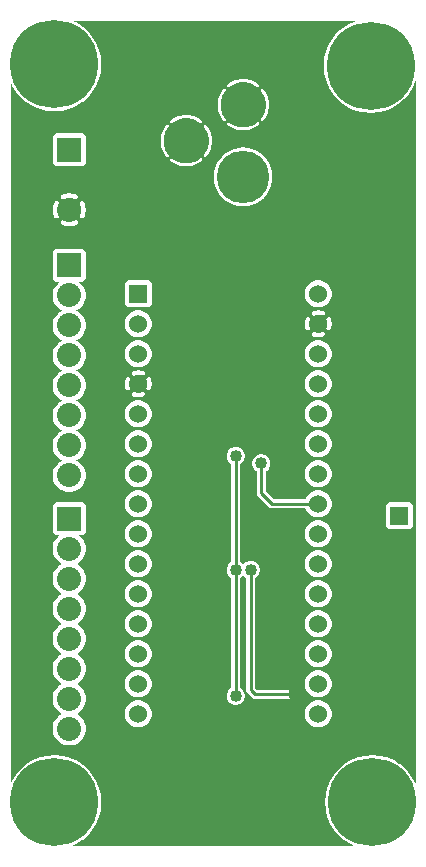
<source format=gbr>
G04 start of page 3 for group 1 idx 1 *
G04 Title: (unknown), solder *
G04 Creator: pcb 20140316 *
G04 CreationDate: Wed 01 Aug 2018 03:37:01 PM GMT UTC *
G04 For: railfan *
G04 Format: Gerber/RS-274X *
G04 PCB-Dimensions (mil): 1400.00 2800.00 *
G04 PCB-Coordinate-Origin: lower left *
%MOIN*%
%FSLAX25Y25*%
%LNBOTTOM*%
%ADD52C,0.0380*%
%ADD51C,0.1100*%
%ADD50C,0.1250*%
%ADD49C,0.0480*%
%ADD48C,0.0280*%
%ADD47C,0.1285*%
%ADD46C,0.0200*%
%ADD45C,0.0400*%
%ADD44C,0.1500*%
%ADD43C,0.1750*%
%ADD42C,0.0800*%
%ADD41C,0.0600*%
%ADD40C,0.2937*%
%ADD39C,0.0100*%
%ADD38C,0.0001*%
G54D38*G36*
X86497Y253232D02*X86638Y252992D01*
X86919Y252395D01*
X87147Y251775D01*
X87319Y251138D01*
X87435Y250488D01*
X87493Y249830D01*
Y249170D01*
X87435Y248512D01*
X87319Y247862D01*
X87147Y247225D01*
X86919Y246605D01*
X86638Y246008D01*
X86497Y245768D01*
Y253232D01*
G37*
G36*
X108613Y10749D02*X108982Y9858D01*
X110272Y7753D01*
X111876Y5876D01*
X113753Y4272D01*
X115858Y2982D01*
X117022Y2500D01*
X108613D01*
Y10749D01*
G37*
G36*
X132000Y249988D02*X133624Y251376D01*
X135228Y253253D01*
X136518Y255358D01*
X137462Y257638D01*
X137500Y257795D01*
Y22978D01*
X137018Y24142D01*
X135728Y26247D01*
X134124Y28124D01*
X132247Y29728D01*
X132000Y29879D01*
Y108007D01*
X135235Y108014D01*
X135465Y108069D01*
X135683Y108159D01*
X135884Y108283D01*
X136064Y108436D01*
X136217Y108616D01*
X136341Y108817D01*
X136431Y109035D01*
X136486Y109265D01*
X136500Y109500D01*
X136486Y115735D01*
X136431Y115965D01*
X136341Y116183D01*
X136217Y116384D01*
X136064Y116564D01*
X135884Y116717D01*
X135683Y116841D01*
X135465Y116931D01*
X135235Y116986D01*
X135000Y117000D01*
X132000Y116993D01*
Y249988D01*
G37*
G36*
X108613Y255144D02*X109772Y253253D01*
X111376Y251376D01*
X113253Y249772D01*
X115358Y248482D01*
X117638Y247538D01*
X120039Y246961D01*
X122500Y246768D01*
X124961Y246961D01*
X127362Y247538D01*
X129642Y248482D01*
X131747Y249772D01*
X132000Y249988D01*
Y116993D01*
X128765Y116986D01*
X128535Y116931D01*
X128317Y116841D01*
X128116Y116717D01*
X127936Y116564D01*
X127783Y116384D01*
X127659Y116183D01*
X127569Y115965D01*
X127514Y115735D01*
X127500Y115500D01*
X127514Y109265D01*
X127569Y109035D01*
X127659Y108817D01*
X127783Y108616D01*
X127936Y108436D01*
X128116Y108283D01*
X128317Y108159D01*
X128535Y108069D01*
X128765Y108014D01*
X129000Y108000D01*
X132000Y108007D01*
Y29879D01*
X130142Y31018D01*
X127862Y31962D01*
X125461Y32539D01*
X123000Y32732D01*
X120539Y32539D01*
X118138Y31962D01*
X115858Y31018D01*
X113753Y29728D01*
X111876Y28124D01*
X110272Y26247D01*
X108982Y24142D01*
X108613Y23251D01*
Y43802D01*
X108652Y43847D01*
X109022Y44451D01*
X109293Y45105D01*
X109458Y45794D01*
X109500Y46500D01*
X109458Y47206D01*
X109293Y47895D01*
X109022Y48549D01*
X108652Y49153D01*
X108613Y49198D01*
Y53802D01*
X108652Y53847D01*
X109022Y54451D01*
X109293Y55105D01*
X109458Y55794D01*
X109500Y56500D01*
X109458Y57206D01*
X109293Y57895D01*
X109022Y58549D01*
X108652Y59153D01*
X108613Y59198D01*
Y63802D01*
X108652Y63847D01*
X109022Y64451D01*
X109293Y65105D01*
X109458Y65794D01*
X109500Y66500D01*
X109458Y67206D01*
X109293Y67895D01*
X109022Y68549D01*
X108652Y69153D01*
X108613Y69198D01*
Y73802D01*
X108652Y73847D01*
X109022Y74451D01*
X109293Y75105D01*
X109458Y75794D01*
X109500Y76500D01*
X109458Y77206D01*
X109293Y77895D01*
X109022Y78549D01*
X108652Y79153D01*
X108613Y79198D01*
Y83802D01*
X108652Y83847D01*
X109022Y84451D01*
X109293Y85105D01*
X109458Y85794D01*
X109500Y86500D01*
X109458Y87206D01*
X109293Y87895D01*
X109022Y88549D01*
X108652Y89153D01*
X108613Y89198D01*
Y93802D01*
X108652Y93847D01*
X109022Y94451D01*
X109293Y95105D01*
X109458Y95794D01*
X109500Y96500D01*
X109458Y97206D01*
X109293Y97895D01*
X109022Y98549D01*
X108652Y99153D01*
X108613Y99198D01*
Y103802D01*
X108652Y103847D01*
X109022Y104451D01*
X109293Y105105D01*
X109458Y105794D01*
X109500Y106500D01*
X109458Y107206D01*
X109293Y107895D01*
X109022Y108549D01*
X108652Y109153D01*
X108613Y109198D01*
Y113802D01*
X108652Y113847D01*
X109022Y114451D01*
X109293Y115105D01*
X109458Y115794D01*
X109500Y116500D01*
X109458Y117206D01*
X109293Y117895D01*
X109022Y118549D01*
X108652Y119153D01*
X108613Y119198D01*
Y123802D01*
X108652Y123847D01*
X109022Y124451D01*
X109293Y125105D01*
X109458Y125794D01*
X109500Y126500D01*
X109458Y127206D01*
X109293Y127895D01*
X109022Y128549D01*
X108652Y129153D01*
X108613Y129198D01*
Y133802D01*
X108652Y133847D01*
X109022Y134451D01*
X109293Y135105D01*
X109458Y135794D01*
X109500Y136500D01*
X109458Y137206D01*
X109293Y137895D01*
X109022Y138549D01*
X108652Y139153D01*
X108613Y139198D01*
Y143802D01*
X108652Y143847D01*
X109022Y144451D01*
X109293Y145105D01*
X109458Y145794D01*
X109500Y146500D01*
X109458Y147206D01*
X109293Y147895D01*
X109022Y148549D01*
X108652Y149153D01*
X108613Y149198D01*
Y153802D01*
X108652Y153847D01*
X109022Y154451D01*
X109293Y155105D01*
X109458Y155794D01*
X109500Y156500D01*
X109458Y157206D01*
X109293Y157895D01*
X109022Y158549D01*
X108652Y159153D01*
X108613Y159198D01*
Y163802D01*
X108652Y163847D01*
X109022Y164451D01*
X109293Y165105D01*
X109458Y165794D01*
X109500Y166500D01*
X109458Y167206D01*
X109293Y167895D01*
X109022Y168549D01*
X108652Y169153D01*
X108613Y169198D01*
Y174353D01*
X108656Y174360D01*
X108768Y174397D01*
X108873Y174452D01*
X108968Y174522D01*
X109051Y174606D01*
X109119Y174702D01*
X109170Y174808D01*
X109318Y175216D01*
X109422Y175637D01*
X109484Y176067D01*
X109505Y176500D01*
X109484Y176933D01*
X109422Y177363D01*
X109318Y177784D01*
X109175Y178194D01*
X109122Y178300D01*
X109053Y178396D01*
X108970Y178481D01*
X108875Y178551D01*
X108769Y178606D01*
X108657Y178643D01*
X108613Y178651D01*
Y183802D01*
X108652Y183847D01*
X109022Y184451D01*
X109293Y185105D01*
X109458Y185794D01*
X109500Y186500D01*
X109458Y187206D01*
X109293Y187895D01*
X109022Y188549D01*
X108652Y189153D01*
X108613Y189198D01*
Y255144D01*
G37*
G36*
Y277500D02*X117795D01*
X117638Y277462D01*
X115358Y276518D01*
X113253Y275228D01*
X111376Y273624D01*
X109772Y271747D01*
X108613Y269856D01*
Y277500D01*
G37*
G36*
Y169198D02*X108192Y169692D01*
X107653Y170152D01*
X107049Y170522D01*
X106395Y170793D01*
X105706Y170958D01*
X105000Y171014D01*
X104993Y171013D01*
Y171995D01*
X105000Y171995D01*
X105433Y172016D01*
X105863Y172078D01*
X106284Y172182D01*
X106694Y172325D01*
X106800Y172378D01*
X106896Y172447D01*
X106981Y172530D01*
X107051Y172625D01*
X107106Y172731D01*
X107143Y172843D01*
X107163Y172960D01*
X107164Y173079D01*
X107146Y173196D01*
X107110Y173309D01*
X107057Y173415D01*
X106988Y173512D01*
X106905Y173596D01*
X106809Y173667D01*
X106704Y173721D01*
X106592Y173759D01*
X106475Y173778D01*
X106356Y173779D01*
X106239Y173761D01*
X106126Y173723D01*
X105855Y173624D01*
X105575Y173556D01*
X105289Y173514D01*
X105000Y173500D01*
X104993Y173500D01*
Y179500D01*
X105000Y179500D01*
X105289Y179486D01*
X105575Y179444D01*
X105855Y179376D01*
X106128Y179280D01*
X106239Y179242D01*
X106356Y179225D01*
X106474Y179225D01*
X106591Y179245D01*
X106703Y179282D01*
X106807Y179336D01*
X106902Y179406D01*
X106985Y179491D01*
X107054Y179587D01*
X107107Y179692D01*
X107143Y179805D01*
X107160Y179921D01*
X107159Y180039D01*
X107140Y180156D01*
X107103Y180268D01*
X107048Y180373D01*
X106978Y180468D01*
X106894Y180551D01*
X106798Y180619D01*
X106692Y180670D01*
X106284Y180818D01*
X105863Y180922D01*
X105433Y180984D01*
X105000Y181005D01*
X104993Y181005D01*
Y181987D01*
X105000Y181986D01*
X105706Y182042D01*
X106395Y182207D01*
X107049Y182478D01*
X107653Y182848D01*
X108192Y183308D01*
X108613Y183802D01*
Y178651D01*
X108540Y178663D01*
X108421Y178664D01*
X108304Y178646D01*
X108191Y178610D01*
X108085Y178557D01*
X107988Y178488D01*
X107904Y178405D01*
X107833Y178309D01*
X107779Y178204D01*
X107741Y178092D01*
X107722Y177975D01*
X107721Y177856D01*
X107739Y177739D01*
X107777Y177626D01*
X107876Y177355D01*
X107944Y177075D01*
X107986Y176789D01*
X108000Y176500D01*
X107986Y176211D01*
X107944Y175925D01*
X107876Y175645D01*
X107780Y175372D01*
X107742Y175261D01*
X107725Y175144D01*
X107725Y175026D01*
X107745Y174909D01*
X107782Y174797D01*
X107836Y174693D01*
X107906Y174598D01*
X107991Y174515D01*
X108087Y174446D01*
X108192Y174393D01*
X108305Y174357D01*
X108421Y174340D01*
X108539Y174341D01*
X108613Y174353D01*
Y169198D01*
G37*
G36*
Y159198D02*X108192Y159692D01*
X107653Y160152D01*
X107049Y160522D01*
X106395Y160793D01*
X105706Y160958D01*
X105000Y161014D01*
X104993Y161013D01*
Y161987D01*
X105000Y161986D01*
X105706Y162042D01*
X106395Y162207D01*
X107049Y162478D01*
X107653Y162848D01*
X108192Y163308D01*
X108613Y163802D01*
Y159198D01*
G37*
G36*
Y149198D02*X108192Y149692D01*
X107653Y150152D01*
X107049Y150522D01*
X106395Y150793D01*
X105706Y150958D01*
X105000Y151014D01*
X104993Y151013D01*
Y151987D01*
X105000Y151986D01*
X105706Y152042D01*
X106395Y152207D01*
X107049Y152478D01*
X107653Y152848D01*
X108192Y153308D01*
X108613Y153802D01*
Y149198D01*
G37*
G36*
Y139198D02*X108192Y139692D01*
X107653Y140152D01*
X107049Y140522D01*
X106395Y140793D01*
X105706Y140958D01*
X105000Y141014D01*
X104993Y141013D01*
Y141987D01*
X105000Y141986D01*
X105706Y142042D01*
X106395Y142207D01*
X107049Y142478D01*
X107653Y142848D01*
X108192Y143308D01*
X108613Y143802D01*
Y139198D01*
G37*
G36*
Y129198D02*X108192Y129692D01*
X107653Y130152D01*
X107049Y130522D01*
X106395Y130793D01*
X105706Y130958D01*
X105000Y131014D01*
X104993Y131013D01*
Y131987D01*
X105000Y131986D01*
X105706Y132042D01*
X106395Y132207D01*
X107049Y132478D01*
X107653Y132848D01*
X108192Y133308D01*
X108613Y133802D01*
Y129198D01*
G37*
G36*
Y119198D02*X108192Y119692D01*
X107653Y120152D01*
X107049Y120522D01*
X106395Y120793D01*
X105706Y120958D01*
X105000Y121014D01*
X104993Y121013D01*
Y121987D01*
X105000Y121986D01*
X105706Y122042D01*
X106395Y122207D01*
X107049Y122478D01*
X107653Y122848D01*
X108192Y123308D01*
X108613Y123802D01*
Y119198D01*
G37*
G36*
Y109198D02*X108192Y109692D01*
X107653Y110152D01*
X107049Y110522D01*
X106395Y110793D01*
X105706Y110958D01*
X105000Y111014D01*
X104993Y111013D01*
Y111987D01*
X105000Y111986D01*
X105706Y112042D01*
X106395Y112207D01*
X107049Y112478D01*
X107653Y112848D01*
X108192Y113308D01*
X108613Y113802D01*
Y109198D01*
G37*
G36*
Y99198D02*X108192Y99692D01*
X107653Y100152D01*
X107049Y100522D01*
X106395Y100793D01*
X105706Y100958D01*
X105000Y101014D01*
X104993Y101013D01*
Y101987D01*
X105000Y101986D01*
X105706Y102042D01*
X106395Y102207D01*
X107049Y102478D01*
X107653Y102848D01*
X108192Y103308D01*
X108613Y103802D01*
Y99198D01*
G37*
G36*
Y89198D02*X108192Y89692D01*
X107653Y90152D01*
X107049Y90522D01*
X106395Y90793D01*
X105706Y90958D01*
X105000Y91014D01*
X104993Y91013D01*
Y91987D01*
X105000Y91986D01*
X105706Y92042D01*
X106395Y92207D01*
X107049Y92478D01*
X107653Y92848D01*
X108192Y93308D01*
X108613Y93802D01*
Y89198D01*
G37*
G36*
Y79198D02*X108192Y79692D01*
X107653Y80152D01*
X107049Y80522D01*
X106395Y80793D01*
X105706Y80958D01*
X105000Y81014D01*
X104993Y81013D01*
Y81987D01*
X105000Y81986D01*
X105706Y82042D01*
X106395Y82207D01*
X107049Y82478D01*
X107653Y82848D01*
X108192Y83308D01*
X108613Y83802D01*
Y79198D01*
G37*
G36*
Y69198D02*X108192Y69692D01*
X107653Y70152D01*
X107049Y70522D01*
X106395Y70793D01*
X105706Y70958D01*
X105000Y71014D01*
X104993Y71013D01*
Y71987D01*
X105000Y71986D01*
X105706Y72042D01*
X106395Y72207D01*
X107049Y72478D01*
X107653Y72848D01*
X108192Y73308D01*
X108613Y73802D01*
Y69198D01*
G37*
G36*
Y59198D02*X108192Y59692D01*
X107653Y60152D01*
X107049Y60522D01*
X106395Y60793D01*
X105706Y60958D01*
X105000Y61014D01*
X104993Y61013D01*
Y61987D01*
X105000Y61986D01*
X105706Y62042D01*
X106395Y62207D01*
X107049Y62478D01*
X107653Y62848D01*
X108192Y63308D01*
X108613Y63802D01*
Y59198D01*
G37*
G36*
Y49198D02*X108192Y49692D01*
X107653Y50152D01*
X107049Y50522D01*
X106395Y50793D01*
X105706Y50958D01*
X105000Y51014D01*
X104993Y51013D01*
Y51987D01*
X105000Y51986D01*
X105706Y52042D01*
X106395Y52207D01*
X107049Y52478D01*
X107653Y52848D01*
X108192Y53308D01*
X108613Y53802D01*
Y49198D01*
G37*
G36*
Y23251D02*X108038Y21862D01*
X107461Y19461D01*
X107268Y17000D01*
X107461Y14539D01*
X108038Y12138D01*
X108613Y10749D01*
Y2500D01*
X104993D01*
Y41987D01*
X105000Y41986D01*
X105706Y42042D01*
X106395Y42207D01*
X107049Y42478D01*
X107653Y42848D01*
X108192Y43308D01*
X108613Y43802D01*
Y23251D01*
G37*
G36*
X104993Y277500D02*X108613D01*
Y269856D01*
X108482Y269642D01*
X107538Y267362D01*
X106961Y264961D01*
X106768Y262500D01*
X106961Y260039D01*
X107538Y257638D01*
X108482Y255358D01*
X108613Y255144D01*
Y189198D01*
X108192Y189692D01*
X107653Y190152D01*
X107049Y190522D01*
X106395Y190793D01*
X105706Y190958D01*
X105000Y191014D01*
X104993Y191013D01*
Y277500D01*
G37*
G36*
Y2500D02*X86497D01*
Y51500D01*
X97000D01*
X97235Y51514D01*
X97465Y51569D01*
X97683Y51659D01*
X97884Y51783D01*
X98064Y51936D01*
X98217Y52116D01*
X98340Y52317D01*
X98431Y52535D01*
X98486Y52765D01*
X98504Y53000D01*
X98486Y53235D01*
X98431Y53465D01*
X98340Y53683D01*
X98217Y53884D01*
X98064Y54064D01*
X97884Y54217D01*
X97683Y54341D01*
X97465Y54431D01*
X97235Y54486D01*
X97000Y54500D01*
X86497D01*
Y117381D01*
X88398Y115481D01*
X88436Y115436D01*
X88616Y115283D01*
X88817Y115159D01*
X89035Y115069D01*
X89265Y115014D01*
X89500Y114995D01*
X89559Y115000D01*
X100751D01*
X100978Y114451D01*
X101348Y113847D01*
X101808Y113308D01*
X102347Y112848D01*
X102951Y112478D01*
X103605Y112207D01*
X104294Y112042D01*
X104993Y111987D01*
Y111013D01*
X104294Y110958D01*
X103605Y110793D01*
X102951Y110522D01*
X102347Y110152D01*
X101808Y109692D01*
X101348Y109153D01*
X100978Y108549D01*
X100707Y107895D01*
X100542Y107206D01*
X100486Y106500D01*
X100542Y105794D01*
X100707Y105105D01*
X100978Y104451D01*
X101348Y103847D01*
X101808Y103308D01*
X102347Y102848D01*
X102951Y102478D01*
X103605Y102207D01*
X104294Y102042D01*
X104993Y101987D01*
Y101013D01*
X104294Y100958D01*
X103605Y100793D01*
X102951Y100522D01*
X102347Y100152D01*
X101808Y99692D01*
X101348Y99153D01*
X100978Y98549D01*
X100707Y97895D01*
X100542Y97206D01*
X100486Y96500D01*
X100542Y95794D01*
X100707Y95105D01*
X100978Y94451D01*
X101348Y93847D01*
X101808Y93308D01*
X102347Y92848D01*
X102951Y92478D01*
X103605Y92207D01*
X104294Y92042D01*
X104993Y91987D01*
Y91013D01*
X104294Y90958D01*
X103605Y90793D01*
X102951Y90522D01*
X102347Y90152D01*
X101808Y89692D01*
X101348Y89153D01*
X100978Y88549D01*
X100707Y87895D01*
X100542Y87206D01*
X100486Y86500D01*
X100542Y85794D01*
X100707Y85105D01*
X100978Y84451D01*
X101348Y83847D01*
X101808Y83308D01*
X102347Y82848D01*
X102951Y82478D01*
X103605Y82207D01*
X104294Y82042D01*
X104993Y81987D01*
Y81013D01*
X104294Y80958D01*
X103605Y80793D01*
X102951Y80522D01*
X102347Y80152D01*
X101808Y79692D01*
X101348Y79153D01*
X100978Y78549D01*
X100707Y77895D01*
X100542Y77206D01*
X100486Y76500D01*
X100542Y75794D01*
X100707Y75105D01*
X100978Y74451D01*
X101348Y73847D01*
X101808Y73308D01*
X102347Y72848D01*
X102951Y72478D01*
X103605Y72207D01*
X104294Y72042D01*
X104993Y71987D01*
Y71013D01*
X104294Y70958D01*
X103605Y70793D01*
X102951Y70522D01*
X102347Y70152D01*
X101808Y69692D01*
X101348Y69153D01*
X100978Y68549D01*
X100707Y67895D01*
X100542Y67206D01*
X100486Y66500D01*
X100542Y65794D01*
X100707Y65105D01*
X100978Y64451D01*
X101348Y63847D01*
X101808Y63308D01*
X102347Y62848D01*
X102951Y62478D01*
X103605Y62207D01*
X104294Y62042D01*
X104993Y61987D01*
Y61013D01*
X104294Y60958D01*
X103605Y60793D01*
X102951Y60522D01*
X102347Y60152D01*
X101808Y59692D01*
X101348Y59153D01*
X100978Y58549D01*
X100707Y57895D01*
X100542Y57206D01*
X100486Y56500D01*
X100542Y55794D01*
X100707Y55105D01*
X100978Y54451D01*
X101348Y53847D01*
X101808Y53308D01*
X102347Y52848D01*
X102951Y52478D01*
X103605Y52207D01*
X104294Y52042D01*
X104993Y51987D01*
Y51013D01*
X104294Y50958D01*
X103605Y50793D01*
X102951Y50522D01*
X102347Y50152D01*
X101808Y49692D01*
X101348Y49153D01*
X100978Y48549D01*
X100707Y47895D01*
X100542Y47206D01*
X100486Y46500D01*
X100542Y45794D01*
X100707Y45105D01*
X100978Y44451D01*
X101348Y43847D01*
X101808Y43308D01*
X102347Y42848D01*
X102951Y42478D01*
X103605Y42207D01*
X104294Y42042D01*
X104993Y41987D01*
Y2500D01*
G37*
G36*
X101387Y123802D02*X101808Y123308D01*
X102347Y122848D01*
X102951Y122478D01*
X103605Y122207D01*
X104294Y122042D01*
X104993Y121987D01*
Y121013D01*
X104294Y120958D01*
X103605Y120793D01*
X102951Y120522D01*
X102347Y120152D01*
X101808Y119692D01*
X101387Y119198D01*
Y123802D01*
G37*
G36*
Y133802D02*X101808Y133308D01*
X102347Y132848D01*
X102951Y132478D01*
X103605Y132207D01*
X104294Y132042D01*
X104993Y131987D01*
Y131013D01*
X104294Y130958D01*
X103605Y130793D01*
X102951Y130522D01*
X102347Y130152D01*
X101808Y129692D01*
X101387Y129198D01*
Y133802D01*
G37*
G36*
Y143802D02*X101808Y143308D01*
X102347Y142848D01*
X102951Y142478D01*
X103605Y142207D01*
X104294Y142042D01*
X104993Y141987D01*
Y141013D01*
X104294Y140958D01*
X103605Y140793D01*
X102951Y140522D01*
X102347Y140152D01*
X101808Y139692D01*
X101387Y139198D01*
Y143802D01*
G37*
G36*
Y153802D02*X101808Y153308D01*
X102347Y152848D01*
X102951Y152478D01*
X103605Y152207D01*
X104294Y152042D01*
X104993Y151987D01*
Y151013D01*
X104294Y150958D01*
X103605Y150793D01*
X102951Y150522D01*
X102347Y150152D01*
X101808Y149692D01*
X101387Y149198D01*
Y153802D01*
G37*
G36*
Y163802D02*X101808Y163308D01*
X102347Y162848D01*
X102951Y162478D01*
X103605Y162207D01*
X104294Y162042D01*
X104993Y161987D01*
Y161013D01*
X104294Y160958D01*
X103605Y160793D01*
X102951Y160522D01*
X102347Y160152D01*
X101808Y159692D01*
X101387Y159198D01*
Y163802D01*
G37*
G36*
Y183802D02*X101808Y183308D01*
X102347Y182848D01*
X102951Y182478D01*
X103605Y182207D01*
X104294Y182042D01*
X104993Y181987D01*
Y181005D01*
X104567Y180984D01*
X104137Y180922D01*
X103716Y180818D01*
X103306Y180675D01*
X103200Y180622D01*
X103104Y180553D01*
X103019Y180470D01*
X102949Y180375D01*
X102894Y180269D01*
X102857Y180157D01*
X102837Y180040D01*
X102836Y179921D01*
X102854Y179804D01*
X102890Y179691D01*
X102943Y179585D01*
X103012Y179488D01*
X103095Y179404D01*
X103191Y179333D01*
X103296Y179279D01*
X103408Y179241D01*
X103525Y179222D01*
X103644Y179221D01*
X103761Y179239D01*
X103874Y179277D01*
X104145Y179376D01*
X104425Y179444D01*
X104711Y179486D01*
X104993Y179500D01*
Y173500D01*
X104711Y173514D01*
X104425Y173556D01*
X104145Y173624D01*
X103872Y173720D01*
X103761Y173758D01*
X103644Y173775D01*
X103526Y173775D01*
X103409Y173755D01*
X103297Y173718D01*
X103193Y173664D01*
X103098Y173594D01*
X103015Y173509D01*
X102946Y173413D01*
X102893Y173308D01*
X102857Y173195D01*
X102840Y173079D01*
X102841Y172961D01*
X102860Y172844D01*
X102897Y172732D01*
X102952Y172627D01*
X103022Y172532D01*
X103106Y172449D01*
X103202Y172381D01*
X103308Y172330D01*
X103716Y172182D01*
X104137Y172078D01*
X104567Y172016D01*
X104993Y171995D01*
Y171013D01*
X104294Y170958D01*
X103605Y170793D01*
X102951Y170522D01*
X102347Y170152D01*
X101808Y169692D01*
X101387Y169198D01*
Y174349D01*
X101460Y174337D01*
X101579Y174336D01*
X101696Y174354D01*
X101809Y174390D01*
X101915Y174443D01*
X102012Y174512D01*
X102096Y174595D01*
X102167Y174691D01*
X102221Y174796D01*
X102259Y174908D01*
X102278Y175025D01*
X102279Y175144D01*
X102261Y175261D01*
X102223Y175374D01*
X102124Y175645D01*
X102056Y175925D01*
X102014Y176211D01*
X102000Y176500D01*
X102014Y176789D01*
X102056Y177075D01*
X102124Y177355D01*
X102220Y177628D01*
X102258Y177739D01*
X102275Y177856D01*
X102275Y177974D01*
X102255Y178091D01*
X102218Y178203D01*
X102164Y178307D01*
X102094Y178402D01*
X102009Y178485D01*
X101913Y178554D01*
X101808Y178607D01*
X101695Y178643D01*
X101579Y178660D01*
X101461Y178659D01*
X101387Y178647D01*
Y183802D01*
G37*
G36*
Y277500D02*X104993D01*
Y191013D01*
X104294Y190958D01*
X103605Y190793D01*
X102951Y190522D01*
X102347Y190152D01*
X101808Y189692D01*
X101387Y189198D01*
Y277500D01*
G37*
G36*
X86497D02*X101387D01*
Y189198D01*
X101348Y189153D01*
X100978Y188549D01*
X100707Y187895D01*
X100542Y187206D01*
X100486Y186500D01*
X100542Y185794D01*
X100707Y185105D01*
X100978Y184451D01*
X101348Y183847D01*
X101387Y183802D01*
Y178647D01*
X101344Y178640D01*
X101232Y178603D01*
X101127Y178548D01*
X101032Y178478D01*
X100949Y178394D01*
X100881Y178298D01*
X100830Y178192D01*
X100682Y177784D01*
X100578Y177363D01*
X100516Y176933D01*
X100495Y176500D01*
X100516Y176067D01*
X100578Y175637D01*
X100682Y175216D01*
X100825Y174806D01*
X100878Y174700D01*
X100947Y174604D01*
X101030Y174519D01*
X101125Y174449D01*
X101231Y174394D01*
X101343Y174357D01*
X101387Y174349D01*
Y169198D01*
X101348Y169153D01*
X100978Y168549D01*
X100707Y167895D01*
X100542Y167206D01*
X100486Y166500D01*
X100542Y165794D01*
X100707Y165105D01*
X100978Y164451D01*
X101348Y163847D01*
X101387Y163802D01*
Y159198D01*
X101348Y159153D01*
X100978Y158549D01*
X100707Y157895D01*
X100542Y157206D01*
X100486Y156500D01*
X100542Y155794D01*
X100707Y155105D01*
X100978Y154451D01*
X101348Y153847D01*
X101387Y153802D01*
Y149198D01*
X101348Y149153D01*
X100978Y148549D01*
X100707Y147895D01*
X100542Y147206D01*
X100486Y146500D01*
X100542Y145794D01*
X100707Y145105D01*
X100978Y144451D01*
X101348Y143847D01*
X101387Y143802D01*
Y139198D01*
X101348Y139153D01*
X100978Y138549D01*
X100707Y137895D01*
X100542Y137206D01*
X100486Y136500D01*
X100542Y135794D01*
X100707Y135105D01*
X100978Y134451D01*
X101348Y133847D01*
X101387Y133802D01*
Y129198D01*
X101348Y129153D01*
X100978Y128549D01*
X100707Y127895D01*
X100542Y127206D01*
X100486Y126500D01*
X100542Y125794D01*
X100707Y125105D01*
X100978Y124451D01*
X101348Y123847D01*
X101387Y123802D01*
Y119198D01*
X101348Y119153D01*
X100978Y118549D01*
X100751Y118000D01*
X90121D01*
X87500Y120621D01*
Y127401D01*
X87769Y127565D01*
X88128Y127872D01*
X88435Y128231D01*
X88681Y128634D01*
X88862Y129070D01*
X88972Y129529D01*
X89000Y130000D01*
X88972Y130471D01*
X88862Y130930D01*
X88681Y131366D01*
X88435Y131769D01*
X88128Y132128D01*
X87769Y132435D01*
X87366Y132681D01*
X86930Y132862D01*
X86497Y132966D01*
Y218227D01*
X86916Y218584D01*
X87912Y219751D01*
X88714Y221060D01*
X89301Y222478D01*
X89660Y223970D01*
X89750Y225500D01*
X89660Y227030D01*
X89301Y228522D01*
X88714Y229940D01*
X87912Y231249D01*
X86916Y232416D01*
X86497Y232773D01*
Y244126D01*
X86531Y244139D01*
X86600Y244178D01*
X86661Y244227D01*
X86713Y244286D01*
X87152Y244892D01*
X87530Y245539D01*
X87849Y246216D01*
X88107Y246919D01*
X88303Y247642D01*
X88434Y248380D01*
X88500Y249126D01*
Y249874D01*
X88434Y250621D01*
X88303Y251358D01*
X88107Y252081D01*
X87849Y252784D01*
X87530Y253461D01*
X87152Y254108D01*
X86719Y254719D01*
X86666Y254779D01*
X86604Y254828D01*
X86534Y254868D01*
X86497Y254882D01*
Y277500D01*
G37*
G36*
X80004Y50844D02*X80181Y51134D01*
X80362Y51570D01*
X80472Y52029D01*
X80500Y52500D01*
X80472Y52971D01*
X80362Y53430D01*
X80181Y53866D01*
X80004Y54156D01*
Y92832D01*
X80065Y92731D01*
X80372Y92372D01*
X80731Y92065D01*
X81000Y91901D01*
Y54559D01*
X80995Y54500D01*
X81014Y54265D01*
X81069Y54035D01*
X81159Y53817D01*
X81283Y53616D01*
X81436Y53436D01*
X81481Y53398D01*
X82898Y51981D01*
X82936Y51936D01*
X83115Y51783D01*
X83116Y51783D01*
X83317Y51659D01*
X83535Y51569D01*
X83765Y51514D01*
X84000Y51495D01*
X84059Y51500D01*
X86497D01*
Y2500D01*
X80004D01*
Y50844D01*
G37*
G36*
Y215720D02*X81530Y215840D01*
X83022Y216199D01*
X84440Y216786D01*
X85749Y217588D01*
X86497Y218227D01*
Y132966D01*
X86471Y132972D01*
X86000Y133009D01*
X85529Y132972D01*
X85070Y132862D01*
X84634Y132681D01*
X84231Y132435D01*
X83872Y132128D01*
X83565Y131769D01*
X83319Y131366D01*
X83138Y130930D01*
X83028Y130471D01*
X82991Y130000D01*
X83028Y129529D01*
X83138Y129070D01*
X83319Y128634D01*
X83565Y128231D01*
X83872Y127872D01*
X84231Y127565D01*
X84500Y127401D01*
Y120059D01*
X84495Y120000D01*
X84514Y119765D01*
X84569Y119535D01*
X84659Y119317D01*
X84783Y119116D01*
X84936Y118936D01*
X84981Y118898D01*
X86497Y117381D01*
Y54500D01*
X84621D01*
X84000Y55121D01*
Y91901D01*
X84269Y92065D01*
X84628Y92372D01*
X84935Y92731D01*
X85181Y93134D01*
X85362Y93570D01*
X85472Y94029D01*
X85500Y94500D01*
X85472Y94971D01*
X85362Y95430D01*
X85181Y95866D01*
X84935Y96269D01*
X84628Y96628D01*
X84269Y96935D01*
X83866Y97181D01*
X83430Y97362D01*
X82971Y97472D01*
X82500Y97509D01*
X82029Y97472D01*
X81570Y97362D01*
X81134Y97181D01*
X80731Y96935D01*
X80372Y96628D01*
X80065Y96269D01*
X80004Y96168D01*
Y130844D01*
X80181Y131134D01*
X80362Y131570D01*
X80472Y132029D01*
X80500Y132500D01*
X80472Y132971D01*
X80362Y133430D01*
X80181Y133866D01*
X80004Y134156D01*
Y215720D01*
G37*
G36*
Y277500D02*X86497D01*
Y254882D01*
X86460Y254896D01*
X86381Y254912D01*
X86302Y254916D01*
X86222Y254907D01*
X86145Y254886D01*
X86073Y254853D01*
X86006Y254809D01*
X85947Y254756D01*
X85897Y254693D01*
X85857Y254624D01*
X85829Y254549D01*
X85813Y254471D01*
X85809Y254391D01*
X85818Y254312D01*
X85839Y254235D01*
X85872Y254162D01*
X85917Y254096D01*
X86305Y253562D01*
X86497Y253232D01*
Y245768D01*
X86305Y245438D01*
X85923Y244899D01*
X85879Y244834D01*
X85846Y244763D01*
X85825Y244687D01*
X85817Y244609D01*
X85820Y244530D01*
X85836Y244453D01*
X85864Y244379D01*
X85903Y244311D01*
X85952Y244249D01*
X86010Y244196D01*
X86076Y244153D01*
X86148Y244121D01*
X86224Y244100D01*
X86302Y244091D01*
X86381Y244095D01*
X86458Y244111D01*
X86497Y244126D01*
Y232773D01*
X85749Y233412D01*
X84440Y234214D01*
X83022Y234801D01*
X81530Y235160D01*
X80004Y235280D01*
Y241000D01*
X80374D01*
X81120Y241066D01*
X81858Y241197D01*
X82581Y241393D01*
X83284Y241651D01*
X83961Y241970D01*
X84608Y242348D01*
X85219Y242781D01*
X85279Y242834D01*
X85328Y242896D01*
X85368Y242966D01*
X85396Y243040D01*
X85412Y243119D01*
X85416Y243198D01*
X85407Y243278D01*
X85386Y243355D01*
X85353Y243427D01*
X85309Y243494D01*
X85256Y243553D01*
X85193Y243603D01*
X85124Y243643D01*
X85049Y243671D01*
X84971Y243687D01*
X84891Y243691D01*
X84812Y243682D01*
X84735Y243661D01*
X84662Y243628D01*
X84596Y243583D01*
X84062Y243195D01*
X83492Y242862D01*
X82895Y242581D01*
X82275Y242353D01*
X81638Y242181D01*
X80988Y242065D01*
X80330Y242007D01*
X80004D01*
Y256993D01*
X80330D01*
X80988Y256935D01*
X81638Y256819D01*
X82275Y256647D01*
X82895Y256419D01*
X83492Y256138D01*
X84062Y255805D01*
X84601Y255423D01*
X84666Y255379D01*
X84737Y255346D01*
X84813Y255325D01*
X84891Y255317D01*
X84970Y255320D01*
X85047Y255336D01*
X85121Y255364D01*
X85189Y255403D01*
X85251Y255452D01*
X85304Y255510D01*
X85347Y255576D01*
X85379Y255648D01*
X85400Y255724D01*
X85409Y255802D01*
X85405Y255881D01*
X85389Y255958D01*
X85361Y256031D01*
X85322Y256100D01*
X85273Y256161D01*
X85214Y256213D01*
X84608Y256652D01*
X83961Y257030D01*
X83284Y257349D01*
X82581Y257607D01*
X81858Y257803D01*
X81120Y257934D01*
X80374Y258000D01*
X80004D01*
Y277500D01*
G37*
G36*
Y54156D02*X79935Y54269D01*
X79628Y54628D01*
X79269Y54935D01*
X79000Y55099D01*
Y91901D01*
X79269Y92065D01*
X79628Y92372D01*
X79935Y92731D01*
X80000Y92838D01*
X80004Y92832D01*
Y54156D01*
G37*
G36*
Y96168D02*X80000Y96162D01*
X79935Y96269D01*
X79628Y96628D01*
X79269Y96935D01*
X79000Y97099D01*
Y129901D01*
X79269Y130065D01*
X79628Y130372D01*
X79935Y130731D01*
X80004Y130844D01*
Y96168D01*
G37*
G36*
X72845Y218864D02*X73084Y218584D01*
X74251Y217588D01*
X75560Y216786D01*
X76978Y216199D01*
X78470Y215840D01*
X80000Y215720D01*
X80004Y215720D01*
Y134156D01*
X79935Y134269D01*
X79628Y134628D01*
X79269Y134935D01*
X78866Y135181D01*
X78430Y135362D01*
X77971Y135472D01*
X77500Y135509D01*
X77029Y135472D01*
X76570Y135362D01*
X76134Y135181D01*
X75731Y134935D01*
X75372Y134628D01*
X75065Y134269D01*
X74819Y133866D01*
X74638Y133430D01*
X74528Y132971D01*
X74491Y132500D01*
X74528Y132029D01*
X74638Y131570D01*
X74819Y131134D01*
X75065Y130731D01*
X75372Y130372D01*
X75731Y130065D01*
X76000Y129901D01*
Y97099D01*
X75731Y96935D01*
X75372Y96628D01*
X75065Y96269D01*
X74819Y95866D01*
X74638Y95430D01*
X74528Y94971D01*
X74491Y94500D01*
X74528Y94029D01*
X74638Y93570D01*
X74819Y93134D01*
X75065Y92731D01*
X75372Y92372D01*
X75731Y92065D01*
X76000Y91901D01*
Y55099D01*
X75731Y54935D01*
X75372Y54628D01*
X75065Y54269D01*
X74819Y53866D01*
X74638Y53430D01*
X74528Y52971D01*
X74491Y52500D01*
X74528Y52029D01*
X74638Y51570D01*
X74819Y51134D01*
X75065Y50731D01*
X75372Y50372D01*
X75731Y50065D01*
X76134Y49819D01*
X76570Y49638D01*
X77029Y49528D01*
X77500Y49491D01*
X77971Y49528D01*
X78430Y49638D01*
X78866Y49819D01*
X79269Y50065D01*
X79628Y50372D01*
X79935Y50731D01*
X80004Y50844D01*
Y2500D01*
X72845D01*
Y218864D01*
G37*
G36*
Y277500D02*X80004D01*
Y258000D01*
X79626D01*
X78879Y257934D01*
X78142Y257803D01*
X77419Y257607D01*
X76716Y257349D01*
X76039Y257030D01*
X75392Y256652D01*
X74781Y256219D01*
X74721Y256166D01*
X74672Y256104D01*
X74632Y256034D01*
X74604Y255960D01*
X74588Y255881D01*
X74584Y255802D01*
X74593Y255722D01*
X74614Y255645D01*
X74647Y255573D01*
X74691Y255506D01*
X74744Y255447D01*
X74807Y255397D01*
X74876Y255357D01*
X74951Y255329D01*
X75029Y255313D01*
X75109Y255309D01*
X75188Y255318D01*
X75265Y255339D01*
X75338Y255372D01*
X75404Y255417D01*
X75938Y255805D01*
X76508Y256138D01*
X77105Y256419D01*
X77725Y256647D01*
X78362Y256819D01*
X79012Y256935D01*
X79670Y256993D01*
X80004D01*
Y242007D01*
X79670D01*
X79012Y242065D01*
X78362Y242181D01*
X77725Y242353D01*
X77105Y242581D01*
X76508Y242862D01*
X75938Y243195D01*
X75399Y243577D01*
X75334Y243621D01*
X75263Y243654D01*
X75187Y243675D01*
X75109Y243683D01*
X75030Y243680D01*
X74953Y243664D01*
X74879Y243636D01*
X74811Y243597D01*
X74749Y243548D01*
X74696Y243490D01*
X74653Y243424D01*
X74621Y243352D01*
X74600Y243276D01*
X74591Y243198D01*
X74595Y243119D01*
X74611Y243042D01*
X74639Y242969D01*
X74678Y242900D01*
X74727Y242839D01*
X74786Y242787D01*
X75392Y242348D01*
X76039Y241970D01*
X76716Y241651D01*
X77419Y241393D01*
X78142Y241197D01*
X78879Y241066D01*
X79626Y241000D01*
X80004D01*
Y235280D01*
X80000Y235280D01*
X78470Y235160D01*
X76978Y234801D01*
X75560Y234214D01*
X74251Y233412D01*
X73084Y232416D01*
X72845Y232136D01*
Y244896D01*
X72848Y244892D01*
X73281Y244281D01*
X73334Y244221D01*
X73396Y244172D01*
X73466Y244132D01*
X73540Y244104D01*
X73619Y244088D01*
X73698Y244084D01*
X73778Y244093D01*
X73855Y244114D01*
X73927Y244147D01*
X73994Y244191D01*
X74053Y244244D01*
X74103Y244307D01*
X74143Y244376D01*
X74171Y244451D01*
X74187Y244529D01*
X74191Y244609D01*
X74182Y244688D01*
X74161Y244765D01*
X74128Y244838D01*
X74083Y244904D01*
X73695Y245438D01*
X73362Y246008D01*
X73081Y246605D01*
X72853Y247225D01*
X72845Y247255D01*
Y251745D01*
X72853Y251775D01*
X73081Y252395D01*
X73362Y252992D01*
X73695Y253562D01*
X74077Y254101D01*
X74121Y254166D01*
X74154Y254237D01*
X74175Y254313D01*
X74183Y254391D01*
X74180Y254470D01*
X74164Y254547D01*
X74136Y254621D01*
X74097Y254689D01*
X74048Y254751D01*
X73990Y254804D01*
X73924Y254847D01*
X73852Y254879D01*
X73776Y254900D01*
X73698Y254909D01*
X73619Y254905D01*
X73542Y254889D01*
X73469Y254861D01*
X73400Y254822D01*
X73339Y254773D01*
X73287Y254714D01*
X72848Y254108D01*
X72845Y254104D01*
Y277500D01*
G37*
G36*
Y247255D02*X72681Y247862D01*
X72565Y248512D01*
X72507Y249170D01*
Y249830D01*
X72565Y250488D01*
X72681Y251138D01*
X72845Y251745D01*
Y247255D01*
G37*
G36*
X68155Y239745D02*X68319Y239138D01*
X68435Y238488D01*
X68493Y237830D01*
Y237170D01*
X68435Y236512D01*
X68319Y235862D01*
X68155Y235255D01*
Y239745D01*
G37*
G36*
Y277500D02*X72845D01*
Y254104D01*
X72470Y253461D01*
X72151Y252784D01*
X71893Y252081D01*
X71697Y251358D01*
X71566Y250621D01*
X71500Y249874D01*
Y249126D01*
X71566Y248380D01*
X71697Y247642D01*
X71893Y246919D01*
X72151Y246216D01*
X72470Y245539D01*
X72845Y244896D01*
Y232136D01*
X72088Y231249D01*
X71286Y229940D01*
X70699Y228522D01*
X70340Y227030D01*
X70220Y225500D01*
X70340Y223970D01*
X70699Y222478D01*
X71286Y221060D01*
X72088Y219751D01*
X72845Y218864D01*
Y2500D01*
X68155D01*
Y232896D01*
X68530Y233539D01*
X68849Y234216D01*
X69107Y234919D01*
X69303Y235642D01*
X69434Y236380D01*
X69500Y237126D01*
Y237874D01*
X69434Y238621D01*
X69303Y239358D01*
X69107Y240081D01*
X68849Y240784D01*
X68530Y241461D01*
X68155Y242104D01*
Y277500D01*
G37*
G36*
X61004D02*X68155D01*
Y242104D01*
X68152Y242108D01*
X67719Y242719D01*
X67666Y242779D01*
X67604Y242828D01*
X67534Y242868D01*
X67460Y242896D01*
X67381Y242912D01*
X67302Y242916D01*
X67222Y242907D01*
X67145Y242886D01*
X67073Y242853D01*
X67006Y242809D01*
X66947Y242756D01*
X66897Y242693D01*
X66857Y242624D01*
X66829Y242549D01*
X66813Y242471D01*
X66809Y242391D01*
X66818Y242312D01*
X66839Y242235D01*
X66872Y242162D01*
X66917Y242096D01*
X67305Y241562D01*
X67638Y240992D01*
X67919Y240395D01*
X68147Y239775D01*
X68155Y239745D01*
Y235255D01*
X68147Y235225D01*
X67919Y234605D01*
X67638Y234008D01*
X67305Y233438D01*
X66923Y232899D01*
X66879Y232834D01*
X66846Y232763D01*
X66825Y232687D01*
X66817Y232609D01*
X66820Y232530D01*
X66836Y232453D01*
X66864Y232379D01*
X66903Y232311D01*
X66952Y232249D01*
X67010Y232196D01*
X67076Y232153D01*
X67148Y232121D01*
X67224Y232100D01*
X67302Y232091D01*
X67381Y232095D01*
X67458Y232111D01*
X67531Y232139D01*
X67600Y232178D01*
X67661Y232227D01*
X67713Y232286D01*
X68152Y232892D01*
X68155Y232896D01*
Y2500D01*
X61004D01*
Y229000D01*
X61374D01*
X62121Y229066D01*
X62858Y229197D01*
X63581Y229393D01*
X64284Y229651D01*
X64961Y229970D01*
X65608Y230348D01*
X66219Y230781D01*
X66279Y230834D01*
X66328Y230896D01*
X66368Y230966D01*
X66396Y231040D01*
X66412Y231119D01*
X66416Y231198D01*
X66407Y231278D01*
X66386Y231355D01*
X66353Y231427D01*
X66309Y231494D01*
X66256Y231553D01*
X66193Y231603D01*
X66124Y231643D01*
X66049Y231671D01*
X65971Y231687D01*
X65891Y231691D01*
X65812Y231682D01*
X65735Y231661D01*
X65662Y231628D01*
X65596Y231583D01*
X65062Y231195D01*
X64492Y230862D01*
X63895Y230581D01*
X63275Y230353D01*
X62638Y230181D01*
X61988Y230065D01*
X61330Y230007D01*
X61004D01*
Y244993D01*
X61330D01*
X61988Y244935D01*
X62638Y244819D01*
X63275Y244647D01*
X63895Y244419D01*
X64492Y244138D01*
X65062Y243805D01*
X65601Y243423D01*
X65666Y243379D01*
X65737Y243346D01*
X65813Y243325D01*
X65891Y243317D01*
X65970Y243320D01*
X66047Y243336D01*
X66121Y243364D01*
X66189Y243403D01*
X66251Y243452D01*
X66304Y243510D01*
X66347Y243576D01*
X66379Y243648D01*
X66400Y243724D01*
X66409Y243802D01*
X66405Y243881D01*
X66389Y243958D01*
X66361Y244031D01*
X66322Y244100D01*
X66273Y244161D01*
X66214Y244213D01*
X65608Y244652D01*
X64961Y245030D01*
X64284Y245349D01*
X63581Y245607D01*
X62858Y245803D01*
X62121Y245934D01*
X61374Y246000D01*
X61004D01*
Y277500D01*
G37*
G36*
X53845D02*X61004D01*
Y246000D01*
X60626D01*
X59879Y245934D01*
X59142Y245803D01*
X58419Y245607D01*
X57716Y245349D01*
X57039Y245030D01*
X56392Y244652D01*
X55781Y244219D01*
X55721Y244166D01*
X55672Y244104D01*
X55632Y244034D01*
X55604Y243960D01*
X55588Y243881D01*
X55584Y243802D01*
X55593Y243722D01*
X55614Y243645D01*
X55647Y243573D01*
X55691Y243506D01*
X55744Y243447D01*
X55807Y243397D01*
X55876Y243357D01*
X55951Y243329D01*
X56029Y243313D01*
X56109Y243309D01*
X56188Y243318D01*
X56265Y243339D01*
X56338Y243372D01*
X56404Y243417D01*
X56938Y243805D01*
X57508Y244138D01*
X58105Y244419D01*
X58725Y244647D01*
X59362Y244819D01*
X60012Y244935D01*
X60670Y244993D01*
X61004D01*
Y230007D01*
X60670D01*
X60012Y230065D01*
X59362Y230181D01*
X58725Y230353D01*
X58105Y230581D01*
X57508Y230862D01*
X56938Y231195D01*
X56399Y231577D01*
X56334Y231621D01*
X56263Y231654D01*
X56187Y231675D01*
X56109Y231683D01*
X56030Y231680D01*
X55953Y231664D01*
X55879Y231636D01*
X55811Y231597D01*
X55749Y231548D01*
X55696Y231490D01*
X55653Y231424D01*
X55621Y231352D01*
X55600Y231276D01*
X55591Y231198D01*
X55595Y231119D01*
X55611Y231042D01*
X55639Y230969D01*
X55678Y230900D01*
X55727Y230839D01*
X55786Y230787D01*
X56392Y230348D01*
X57039Y229970D01*
X57716Y229651D01*
X58419Y229393D01*
X59142Y229197D01*
X59879Y229066D01*
X60626Y229000D01*
X61004D01*
Y2500D01*
X53845D01*
Y232896D01*
X53848Y232892D01*
X54281Y232281D01*
X54334Y232221D01*
X54396Y232172D01*
X54466Y232132D01*
X54540Y232104D01*
X54619Y232088D01*
X54698Y232084D01*
X54778Y232093D01*
X54855Y232114D01*
X54927Y232147D01*
X54994Y232191D01*
X55053Y232244D01*
X55103Y232307D01*
X55143Y232376D01*
X55171Y232451D01*
X55187Y232529D01*
X55191Y232609D01*
X55182Y232688D01*
X55161Y232765D01*
X55128Y232838D01*
X55083Y232904D01*
X54695Y233438D01*
X54362Y234008D01*
X54081Y234605D01*
X53853Y235225D01*
X53845Y235255D01*
Y239745D01*
X53853Y239775D01*
X54081Y240395D01*
X54362Y240992D01*
X54695Y241562D01*
X55077Y242101D01*
X55121Y242166D01*
X55154Y242237D01*
X55175Y242313D01*
X55183Y242391D01*
X55180Y242470D01*
X55164Y242547D01*
X55136Y242621D01*
X55097Y242689D01*
X55048Y242751D01*
X54990Y242804D01*
X54924Y242847D01*
X54852Y242879D01*
X54776Y242900D01*
X54698Y242909D01*
X54619Y242905D01*
X54542Y242889D01*
X54469Y242861D01*
X54400Y242822D01*
X54339Y242773D01*
X54287Y242714D01*
X53848Y242108D01*
X53845Y242104D01*
Y277500D01*
G37*
G36*
Y235255D02*X53681Y235862D01*
X53565Y236512D01*
X53507Y237170D01*
Y237830D01*
X53565Y238488D01*
X53681Y239138D01*
X53845Y239745D01*
Y235255D01*
G37*
G36*
X48613Y277500D02*X53845D01*
Y242104D01*
X53470Y241461D01*
X53151Y240784D01*
X52893Y240081D01*
X52697Y239358D01*
X52566Y238621D01*
X52500Y237874D01*
Y237126D01*
X52566Y236380D01*
X52697Y235642D01*
X52893Y234919D01*
X53151Y234216D01*
X53470Y233539D01*
X53845Y232896D01*
Y2500D01*
X48613D01*
Y43802D01*
X48652Y43847D01*
X49022Y44451D01*
X49293Y45105D01*
X49458Y45794D01*
X49500Y46500D01*
X49458Y47206D01*
X49293Y47895D01*
X49022Y48549D01*
X48652Y49153D01*
X48613Y49198D01*
Y53802D01*
X48652Y53847D01*
X49022Y54451D01*
X49293Y55105D01*
X49458Y55794D01*
X49500Y56500D01*
X49458Y57206D01*
X49293Y57895D01*
X49022Y58549D01*
X48652Y59153D01*
X48613Y59198D01*
Y63802D01*
X48652Y63847D01*
X49022Y64451D01*
X49293Y65105D01*
X49458Y65794D01*
X49500Y66500D01*
X49458Y67206D01*
X49293Y67895D01*
X49022Y68549D01*
X48652Y69153D01*
X48613Y69198D01*
Y73802D01*
X48652Y73847D01*
X49022Y74451D01*
X49293Y75105D01*
X49458Y75794D01*
X49500Y76500D01*
X49458Y77206D01*
X49293Y77895D01*
X49022Y78549D01*
X48652Y79153D01*
X48613Y79198D01*
Y83802D01*
X48652Y83847D01*
X49022Y84451D01*
X49293Y85105D01*
X49458Y85794D01*
X49500Y86500D01*
X49458Y87206D01*
X49293Y87895D01*
X49022Y88549D01*
X48652Y89153D01*
X48613Y89198D01*
Y93802D01*
X48652Y93847D01*
X49022Y94451D01*
X49293Y95105D01*
X49458Y95794D01*
X49500Y96500D01*
X49458Y97206D01*
X49293Y97895D01*
X49022Y98549D01*
X48652Y99153D01*
X48613Y99198D01*
Y103802D01*
X48652Y103847D01*
X49022Y104451D01*
X49293Y105105D01*
X49458Y105794D01*
X49500Y106500D01*
X49458Y107206D01*
X49293Y107895D01*
X49022Y108549D01*
X48652Y109153D01*
X48613Y109198D01*
Y113802D01*
X48652Y113847D01*
X49022Y114451D01*
X49293Y115105D01*
X49458Y115794D01*
X49500Y116500D01*
X49458Y117206D01*
X49293Y117895D01*
X49022Y118549D01*
X48652Y119153D01*
X48613Y119198D01*
Y123802D01*
X48652Y123847D01*
X49022Y124451D01*
X49293Y125105D01*
X49458Y125794D01*
X49500Y126500D01*
X49458Y127206D01*
X49293Y127895D01*
X49022Y128549D01*
X48652Y129153D01*
X48613Y129198D01*
Y133802D01*
X48652Y133847D01*
X49022Y134451D01*
X49293Y135105D01*
X49458Y135794D01*
X49500Y136500D01*
X49458Y137206D01*
X49293Y137895D01*
X49022Y138549D01*
X48652Y139153D01*
X48613Y139198D01*
Y143802D01*
X48652Y143847D01*
X49022Y144451D01*
X49293Y145105D01*
X49458Y145794D01*
X49500Y146500D01*
X49458Y147206D01*
X49293Y147895D01*
X49022Y148549D01*
X48652Y149153D01*
X48613Y149198D01*
Y154353D01*
X48656Y154360D01*
X48768Y154397D01*
X48873Y154452D01*
X48968Y154522D01*
X49051Y154606D01*
X49119Y154702D01*
X49170Y154808D01*
X49318Y155216D01*
X49422Y155637D01*
X49484Y156067D01*
X49505Y156500D01*
X49484Y156933D01*
X49422Y157363D01*
X49318Y157784D01*
X49175Y158194D01*
X49122Y158300D01*
X49053Y158396D01*
X48970Y158481D01*
X48875Y158551D01*
X48769Y158606D01*
X48657Y158643D01*
X48613Y158651D01*
Y163802D01*
X48652Y163847D01*
X49022Y164451D01*
X49293Y165105D01*
X49458Y165794D01*
X49500Y166500D01*
X49458Y167206D01*
X49293Y167895D01*
X49022Y168549D01*
X48652Y169153D01*
X48613Y169198D01*
Y173802D01*
X48652Y173847D01*
X49022Y174451D01*
X49293Y175105D01*
X49458Y175794D01*
X49500Y176500D01*
X49458Y177206D01*
X49293Y177895D01*
X49022Y178549D01*
X48652Y179153D01*
X48613Y179198D01*
Y182130D01*
X48683Y182159D01*
X48884Y182283D01*
X49064Y182436D01*
X49217Y182616D01*
X49341Y182817D01*
X49431Y183035D01*
X49486Y183265D01*
X49500Y183500D01*
X49486Y189735D01*
X49431Y189965D01*
X49341Y190183D01*
X49217Y190384D01*
X49064Y190564D01*
X48884Y190717D01*
X48683Y190841D01*
X48613Y190870D01*
Y277500D01*
G37*
G36*
Y179198D02*X48192Y179692D01*
X47653Y180152D01*
X47049Y180522D01*
X46395Y180793D01*
X45706Y180958D01*
X45000Y181014D01*
X44993Y181013D01*
Y182007D01*
X48235Y182014D01*
X48465Y182069D01*
X48613Y182130D01*
Y179198D01*
G37*
G36*
Y169198D02*X48192Y169692D01*
X47653Y170152D01*
X47049Y170522D01*
X46395Y170793D01*
X45706Y170958D01*
X45000Y171014D01*
X44993Y171013D01*
Y171987D01*
X45000Y171986D01*
X45706Y172042D01*
X46395Y172207D01*
X47049Y172478D01*
X47653Y172848D01*
X48192Y173308D01*
X48613Y173802D01*
Y169198D01*
G37*
G36*
Y149198D02*X48192Y149692D01*
X47653Y150152D01*
X47049Y150522D01*
X46395Y150793D01*
X45706Y150958D01*
X45000Y151014D01*
X44993Y151013D01*
Y151995D01*
X45000Y151995D01*
X45433Y152016D01*
X45863Y152078D01*
X46284Y152182D01*
X46694Y152325D01*
X46800Y152378D01*
X46896Y152447D01*
X46981Y152530D01*
X47051Y152625D01*
X47106Y152731D01*
X47143Y152843D01*
X47163Y152960D01*
X47164Y153079D01*
X47146Y153196D01*
X47110Y153309D01*
X47057Y153415D01*
X46988Y153512D01*
X46905Y153596D01*
X46809Y153667D01*
X46704Y153721D01*
X46592Y153759D01*
X46475Y153778D01*
X46356Y153779D01*
X46239Y153761D01*
X46126Y153723D01*
X45855Y153624D01*
X45575Y153556D01*
X45289Y153514D01*
X45000Y153500D01*
X44993Y153500D01*
Y159500D01*
X45000Y159500D01*
X45289Y159486D01*
X45575Y159444D01*
X45855Y159376D01*
X46128Y159280D01*
X46239Y159242D01*
X46356Y159225D01*
X46474Y159225D01*
X46591Y159245D01*
X46703Y159282D01*
X46807Y159336D01*
X46902Y159406D01*
X46985Y159491D01*
X47054Y159587D01*
X47107Y159692D01*
X47143Y159805D01*
X47160Y159921D01*
X47159Y160039D01*
X47140Y160156D01*
X47103Y160268D01*
X47048Y160373D01*
X46978Y160468D01*
X46894Y160551D01*
X46798Y160619D01*
X46692Y160670D01*
X46284Y160818D01*
X45863Y160922D01*
X45433Y160984D01*
X45000Y161005D01*
X44993Y161005D01*
Y161987D01*
X45000Y161986D01*
X45706Y162042D01*
X46395Y162207D01*
X47049Y162478D01*
X47653Y162848D01*
X48192Y163308D01*
X48613Y163802D01*
Y158651D01*
X48540Y158663D01*
X48421Y158664D01*
X48304Y158646D01*
X48191Y158610D01*
X48085Y158557D01*
X47988Y158488D01*
X47904Y158405D01*
X47833Y158309D01*
X47779Y158204D01*
X47741Y158092D01*
X47722Y157975D01*
X47721Y157856D01*
X47739Y157739D01*
X47777Y157626D01*
X47876Y157355D01*
X47944Y157075D01*
X47986Y156789D01*
X48000Y156500D01*
X47986Y156211D01*
X47944Y155925D01*
X47876Y155645D01*
X47780Y155372D01*
X47742Y155261D01*
X47725Y155144D01*
X47725Y155026D01*
X47745Y154909D01*
X47782Y154797D01*
X47836Y154693D01*
X47906Y154598D01*
X47991Y154515D01*
X48087Y154446D01*
X48192Y154393D01*
X48305Y154357D01*
X48421Y154340D01*
X48539Y154341D01*
X48613Y154353D01*
Y149198D01*
G37*
G36*
Y139198D02*X48192Y139692D01*
X47653Y140152D01*
X47049Y140522D01*
X46395Y140793D01*
X45706Y140958D01*
X45000Y141014D01*
X44993Y141013D01*
Y141987D01*
X45000Y141986D01*
X45706Y142042D01*
X46395Y142207D01*
X47049Y142478D01*
X47653Y142848D01*
X48192Y143308D01*
X48613Y143802D01*
Y139198D01*
G37*
G36*
Y129198D02*X48192Y129692D01*
X47653Y130152D01*
X47049Y130522D01*
X46395Y130793D01*
X45706Y130958D01*
X45000Y131014D01*
X44993Y131013D01*
Y131987D01*
X45000Y131986D01*
X45706Y132042D01*
X46395Y132207D01*
X47049Y132478D01*
X47653Y132848D01*
X48192Y133308D01*
X48613Y133802D01*
Y129198D01*
G37*
G36*
Y119198D02*X48192Y119692D01*
X47653Y120152D01*
X47049Y120522D01*
X46395Y120793D01*
X45706Y120958D01*
X45000Y121014D01*
X44993Y121013D01*
Y121987D01*
X45000Y121986D01*
X45706Y122042D01*
X46395Y122207D01*
X47049Y122478D01*
X47653Y122848D01*
X48192Y123308D01*
X48613Y123802D01*
Y119198D01*
G37*
G36*
Y109198D02*X48192Y109692D01*
X47653Y110152D01*
X47049Y110522D01*
X46395Y110793D01*
X45706Y110958D01*
X45000Y111014D01*
X44993Y111013D01*
Y111987D01*
X45000Y111986D01*
X45706Y112042D01*
X46395Y112207D01*
X47049Y112478D01*
X47653Y112848D01*
X48192Y113308D01*
X48613Y113802D01*
Y109198D01*
G37*
G36*
Y99198D02*X48192Y99692D01*
X47653Y100152D01*
X47049Y100522D01*
X46395Y100793D01*
X45706Y100958D01*
X45000Y101014D01*
X44993Y101013D01*
Y101987D01*
X45000Y101986D01*
X45706Y102042D01*
X46395Y102207D01*
X47049Y102478D01*
X47653Y102848D01*
X48192Y103308D01*
X48613Y103802D01*
Y99198D01*
G37*
G36*
Y89198D02*X48192Y89692D01*
X47653Y90152D01*
X47049Y90522D01*
X46395Y90793D01*
X45706Y90958D01*
X45000Y91014D01*
X44993Y91013D01*
Y91987D01*
X45000Y91986D01*
X45706Y92042D01*
X46395Y92207D01*
X47049Y92478D01*
X47653Y92848D01*
X48192Y93308D01*
X48613Y93802D01*
Y89198D01*
G37*
G36*
Y79198D02*X48192Y79692D01*
X47653Y80152D01*
X47049Y80522D01*
X46395Y80793D01*
X45706Y80958D01*
X45000Y81014D01*
X44993Y81013D01*
Y81987D01*
X45000Y81986D01*
X45706Y82042D01*
X46395Y82207D01*
X47049Y82478D01*
X47653Y82848D01*
X48192Y83308D01*
X48613Y83802D01*
Y79198D01*
G37*
G36*
Y69198D02*X48192Y69692D01*
X47653Y70152D01*
X47049Y70522D01*
X46395Y70793D01*
X45706Y70958D01*
X45000Y71014D01*
X44993Y71013D01*
Y71987D01*
X45000Y71986D01*
X45706Y72042D01*
X46395Y72207D01*
X47049Y72478D01*
X47653Y72848D01*
X48192Y73308D01*
X48613Y73802D01*
Y69198D01*
G37*
G36*
Y59198D02*X48192Y59692D01*
X47653Y60152D01*
X47049Y60522D01*
X46395Y60793D01*
X45706Y60958D01*
X45000Y61014D01*
X44993Y61013D01*
Y61987D01*
X45000Y61986D01*
X45706Y62042D01*
X46395Y62207D01*
X47049Y62478D01*
X47653Y62848D01*
X48192Y63308D01*
X48613Y63802D01*
Y59198D01*
G37*
G36*
Y49198D02*X48192Y49692D01*
X47653Y50152D01*
X47049Y50522D01*
X46395Y50793D01*
X45706Y50958D01*
X45000Y51014D01*
X44993Y51013D01*
Y51987D01*
X45000Y51986D01*
X45706Y52042D01*
X46395Y52207D01*
X47049Y52478D01*
X47653Y52848D01*
X48192Y53308D01*
X48613Y53802D01*
Y49198D01*
G37*
G36*
Y2500D02*X44993D01*
Y41987D01*
X45000Y41986D01*
X45706Y42042D01*
X46395Y42207D01*
X47049Y42478D01*
X47653Y42848D01*
X48192Y43308D01*
X48613Y43802D01*
Y2500D01*
G37*
G36*
X44993Y277500D02*X48613D01*
Y190870D01*
X48465Y190931D01*
X48235Y190986D01*
X48000Y191000D01*
X44993Y190993D01*
Y277500D01*
G37*
G36*
X41387Y43802D02*X41808Y43308D01*
X42347Y42848D01*
X42951Y42478D01*
X43605Y42207D01*
X44294Y42042D01*
X44993Y41987D01*
Y2500D01*
X41387D01*
Y43802D01*
G37*
G36*
Y53802D02*X41808Y53308D01*
X42347Y52848D01*
X42951Y52478D01*
X43605Y52207D01*
X44294Y52042D01*
X44993Y51987D01*
Y51013D01*
X44294Y50958D01*
X43605Y50793D01*
X42951Y50522D01*
X42347Y50152D01*
X41808Y49692D01*
X41387Y49198D01*
Y53802D01*
G37*
G36*
Y63802D02*X41808Y63308D01*
X42347Y62848D01*
X42951Y62478D01*
X43605Y62207D01*
X44294Y62042D01*
X44993Y61987D01*
Y61013D01*
X44294Y60958D01*
X43605Y60793D01*
X42951Y60522D01*
X42347Y60152D01*
X41808Y59692D01*
X41387Y59198D01*
Y63802D01*
G37*
G36*
Y73802D02*X41808Y73308D01*
X42347Y72848D01*
X42951Y72478D01*
X43605Y72207D01*
X44294Y72042D01*
X44993Y71987D01*
Y71013D01*
X44294Y70958D01*
X43605Y70793D01*
X42951Y70522D01*
X42347Y70152D01*
X41808Y69692D01*
X41387Y69198D01*
Y73802D01*
G37*
G36*
Y83802D02*X41808Y83308D01*
X42347Y82848D01*
X42951Y82478D01*
X43605Y82207D01*
X44294Y82042D01*
X44993Y81987D01*
Y81013D01*
X44294Y80958D01*
X43605Y80793D01*
X42951Y80522D01*
X42347Y80152D01*
X41808Y79692D01*
X41387Y79198D01*
Y83802D01*
G37*
G36*
Y93802D02*X41808Y93308D01*
X42347Y92848D01*
X42951Y92478D01*
X43605Y92207D01*
X44294Y92042D01*
X44993Y91987D01*
Y91013D01*
X44294Y90958D01*
X43605Y90793D01*
X42951Y90522D01*
X42347Y90152D01*
X41808Y89692D01*
X41387Y89198D01*
Y93802D01*
G37*
G36*
Y103802D02*X41808Y103308D01*
X42347Y102848D01*
X42951Y102478D01*
X43605Y102207D01*
X44294Y102042D01*
X44993Y101987D01*
Y101013D01*
X44294Y100958D01*
X43605Y100793D01*
X42951Y100522D01*
X42347Y100152D01*
X41808Y99692D01*
X41387Y99198D01*
Y103802D01*
G37*
G36*
Y113802D02*X41808Y113308D01*
X42347Y112848D01*
X42951Y112478D01*
X43605Y112207D01*
X44294Y112042D01*
X44993Y111987D01*
Y111013D01*
X44294Y110958D01*
X43605Y110793D01*
X42951Y110522D01*
X42347Y110152D01*
X41808Y109692D01*
X41387Y109198D01*
Y113802D01*
G37*
G36*
Y123802D02*X41808Y123308D01*
X42347Y122848D01*
X42951Y122478D01*
X43605Y122207D01*
X44294Y122042D01*
X44993Y121987D01*
Y121013D01*
X44294Y120958D01*
X43605Y120793D01*
X42951Y120522D01*
X42347Y120152D01*
X41808Y119692D01*
X41387Y119198D01*
Y123802D01*
G37*
G36*
Y133802D02*X41808Y133308D01*
X42347Y132848D01*
X42951Y132478D01*
X43605Y132207D01*
X44294Y132042D01*
X44993Y131987D01*
Y131013D01*
X44294Y130958D01*
X43605Y130793D01*
X42951Y130522D01*
X42347Y130152D01*
X41808Y129692D01*
X41387Y129198D01*
Y133802D01*
G37*
G36*
Y143802D02*X41808Y143308D01*
X42347Y142848D01*
X42951Y142478D01*
X43605Y142207D01*
X44294Y142042D01*
X44993Y141987D01*
Y141013D01*
X44294Y140958D01*
X43605Y140793D01*
X42951Y140522D01*
X42347Y140152D01*
X41808Y139692D01*
X41387Y139198D01*
Y143802D01*
G37*
G36*
Y163802D02*X41808Y163308D01*
X42347Y162848D01*
X42951Y162478D01*
X43605Y162207D01*
X44294Y162042D01*
X44993Y161987D01*
Y161005D01*
X44567Y160984D01*
X44137Y160922D01*
X43716Y160818D01*
X43306Y160675D01*
X43200Y160622D01*
X43104Y160553D01*
X43019Y160470D01*
X42949Y160375D01*
X42894Y160269D01*
X42857Y160157D01*
X42837Y160040D01*
X42836Y159921D01*
X42854Y159804D01*
X42890Y159691D01*
X42943Y159585D01*
X43012Y159488D01*
X43095Y159404D01*
X43191Y159333D01*
X43296Y159279D01*
X43408Y159241D01*
X43525Y159222D01*
X43644Y159221D01*
X43761Y159239D01*
X43874Y159277D01*
X44145Y159376D01*
X44425Y159444D01*
X44711Y159486D01*
X44993Y159500D01*
Y153500D01*
X44711Y153514D01*
X44425Y153556D01*
X44145Y153624D01*
X43872Y153720D01*
X43761Y153758D01*
X43644Y153775D01*
X43526Y153775D01*
X43409Y153755D01*
X43297Y153718D01*
X43193Y153664D01*
X43098Y153594D01*
X43015Y153509D01*
X42946Y153413D01*
X42893Y153308D01*
X42857Y153195D01*
X42840Y153079D01*
X42841Y152961D01*
X42860Y152844D01*
X42897Y152732D01*
X42952Y152627D01*
X43022Y152532D01*
X43106Y152449D01*
X43202Y152381D01*
X43308Y152330D01*
X43716Y152182D01*
X44137Y152078D01*
X44567Y152016D01*
X44993Y151995D01*
Y151013D01*
X44294Y150958D01*
X43605Y150793D01*
X42951Y150522D01*
X42347Y150152D01*
X41808Y149692D01*
X41387Y149198D01*
Y154349D01*
X41460Y154337D01*
X41579Y154336D01*
X41696Y154354D01*
X41809Y154390D01*
X41915Y154443D01*
X42012Y154512D01*
X42096Y154595D01*
X42167Y154691D01*
X42221Y154796D01*
X42259Y154908D01*
X42278Y155025D01*
X42279Y155144D01*
X42261Y155261D01*
X42223Y155374D01*
X42124Y155645D01*
X42056Y155925D01*
X42014Y156211D01*
X42000Y156500D01*
X42014Y156789D01*
X42056Y157075D01*
X42124Y157355D01*
X42220Y157628D01*
X42258Y157739D01*
X42275Y157856D01*
X42275Y157974D01*
X42255Y158091D01*
X42218Y158203D01*
X42164Y158307D01*
X42094Y158402D01*
X42009Y158485D01*
X41913Y158554D01*
X41808Y158607D01*
X41695Y158643D01*
X41579Y158660D01*
X41461Y158659D01*
X41387Y158647D01*
Y163802D01*
G37*
G36*
Y173802D02*X41808Y173308D01*
X42347Y172848D01*
X42951Y172478D01*
X43605Y172207D01*
X44294Y172042D01*
X44993Y171987D01*
Y171013D01*
X44294Y170958D01*
X43605Y170793D01*
X42951Y170522D01*
X42347Y170152D01*
X41808Y169692D01*
X41387Y169198D01*
Y173802D01*
G37*
G36*
Y182130D02*X41535Y182069D01*
X41765Y182014D01*
X42000Y182000D01*
X44993Y182007D01*
Y181013D01*
X44294Y180958D01*
X43605Y180793D01*
X42951Y180522D01*
X42347Y180152D01*
X41808Y179692D01*
X41387Y179198D01*
Y182130D01*
G37*
G36*
Y277500D02*X44993D01*
Y190993D01*
X41765Y190986D01*
X41535Y190931D01*
X41387Y190870D01*
Y277500D01*
G37*
G36*
X26493D02*X41387D01*
Y190870D01*
X41317Y190841D01*
X41116Y190717D01*
X40936Y190564D01*
X40783Y190384D01*
X40659Y190183D01*
X40569Y189965D01*
X40514Y189735D01*
X40500Y189500D01*
X40514Y183265D01*
X40569Y183035D01*
X40659Y182817D01*
X40783Y182616D01*
X40936Y182436D01*
X41116Y182283D01*
X41317Y182159D01*
X41387Y182130D01*
Y179198D01*
X41348Y179153D01*
X40978Y178549D01*
X40707Y177895D01*
X40542Y177206D01*
X40486Y176500D01*
X40542Y175794D01*
X40707Y175105D01*
X40978Y174451D01*
X41348Y173847D01*
X41387Y173802D01*
Y169198D01*
X41348Y169153D01*
X40978Y168549D01*
X40707Y167895D01*
X40542Y167206D01*
X40486Y166500D01*
X40542Y165794D01*
X40707Y165105D01*
X40978Y164451D01*
X41348Y163847D01*
X41387Y163802D01*
Y158647D01*
X41344Y158640D01*
X41232Y158603D01*
X41127Y158548D01*
X41032Y158478D01*
X40949Y158394D01*
X40881Y158298D01*
X40830Y158192D01*
X40682Y157784D01*
X40578Y157363D01*
X40516Y156933D01*
X40495Y156500D01*
X40516Y156067D01*
X40578Y155637D01*
X40682Y155216D01*
X40825Y154806D01*
X40878Y154700D01*
X40947Y154604D01*
X41030Y154519D01*
X41125Y154449D01*
X41231Y154394D01*
X41343Y154357D01*
X41387Y154349D01*
Y149198D01*
X41348Y149153D01*
X40978Y148549D01*
X40707Y147895D01*
X40542Y147206D01*
X40486Y146500D01*
X40542Y145794D01*
X40707Y145105D01*
X40978Y144451D01*
X41348Y143847D01*
X41387Y143802D01*
Y139198D01*
X41348Y139153D01*
X40978Y138549D01*
X40707Y137895D01*
X40542Y137206D01*
X40486Y136500D01*
X40542Y135794D01*
X40707Y135105D01*
X40978Y134451D01*
X41348Y133847D01*
X41387Y133802D01*
Y129198D01*
X41348Y129153D01*
X40978Y128549D01*
X40707Y127895D01*
X40542Y127206D01*
X40486Y126500D01*
X40542Y125794D01*
X40707Y125105D01*
X40978Y124451D01*
X41348Y123847D01*
X41387Y123802D01*
Y119198D01*
X41348Y119153D01*
X40978Y118549D01*
X40707Y117895D01*
X40542Y117206D01*
X40486Y116500D01*
X40542Y115794D01*
X40707Y115105D01*
X40978Y114451D01*
X41348Y113847D01*
X41387Y113802D01*
Y109198D01*
X41348Y109153D01*
X40978Y108549D01*
X40707Y107895D01*
X40542Y107206D01*
X40486Y106500D01*
X40542Y105794D01*
X40707Y105105D01*
X40978Y104451D01*
X41348Y103847D01*
X41387Y103802D01*
Y99198D01*
X41348Y99153D01*
X40978Y98549D01*
X40707Y97895D01*
X40542Y97206D01*
X40486Y96500D01*
X40542Y95794D01*
X40707Y95105D01*
X40978Y94451D01*
X41348Y93847D01*
X41387Y93802D01*
Y89198D01*
X41348Y89153D01*
X40978Y88549D01*
X40707Y87895D01*
X40542Y87206D01*
X40486Y86500D01*
X40542Y85794D01*
X40707Y85105D01*
X40978Y84451D01*
X41348Y83847D01*
X41387Y83802D01*
Y79198D01*
X41348Y79153D01*
X40978Y78549D01*
X40707Y77895D01*
X40542Y77206D01*
X40486Y76500D01*
X40542Y75794D01*
X40707Y75105D01*
X40978Y74451D01*
X41348Y73847D01*
X41387Y73802D01*
Y69198D01*
X41348Y69153D01*
X40978Y68549D01*
X40707Y67895D01*
X40542Y67206D01*
X40486Y66500D01*
X40542Y65794D01*
X40707Y65105D01*
X40978Y64451D01*
X41348Y63847D01*
X41387Y63802D01*
Y59198D01*
X41348Y59153D01*
X40978Y58549D01*
X40707Y57895D01*
X40542Y57206D01*
X40486Y56500D01*
X40542Y55794D01*
X40707Y55105D01*
X40978Y54451D01*
X41348Y53847D01*
X41387Y53802D01*
Y49198D01*
X41348Y49153D01*
X40978Y48549D01*
X40707Y47895D01*
X40542Y47206D01*
X40486Y46500D01*
X40542Y45794D01*
X40707Y45105D01*
X40978Y44451D01*
X41348Y43847D01*
X41387Y43802D01*
Y2500D01*
X26493D01*
Y4482D01*
X28124Y5876D01*
X29728Y7753D01*
X31018Y9858D01*
X31962Y12138D01*
X32539Y14539D01*
X32684Y17000D01*
X32539Y19461D01*
X31962Y21862D01*
X31018Y24142D01*
X29728Y26247D01*
X28124Y28124D01*
X26493Y29518D01*
Y38305D01*
X26916Y38995D01*
X27247Y39795D01*
X27449Y40637D01*
X27500Y41500D01*
X27449Y42363D01*
X27247Y43205D01*
X26916Y44005D01*
X26493Y44695D01*
Y48305D01*
X26916Y48995D01*
X27247Y49795D01*
X27449Y50637D01*
X27500Y51500D01*
X27449Y52363D01*
X27247Y53205D01*
X26916Y54005D01*
X26493Y54695D01*
Y58305D01*
X26916Y58995D01*
X27247Y59795D01*
X27449Y60637D01*
X27500Y61500D01*
X27449Y62363D01*
X27247Y63205D01*
X26916Y64005D01*
X26493Y64695D01*
Y68305D01*
X26916Y68995D01*
X27247Y69795D01*
X27449Y70637D01*
X27500Y71500D01*
X27449Y72363D01*
X27247Y73205D01*
X26916Y74005D01*
X26493Y74695D01*
Y78305D01*
X26916Y78995D01*
X27247Y79795D01*
X27449Y80637D01*
X27500Y81500D01*
X27449Y82363D01*
X27247Y83205D01*
X26916Y84005D01*
X26493Y84695D01*
Y88305D01*
X26916Y88995D01*
X27247Y89795D01*
X27449Y90637D01*
X27500Y91500D01*
X27449Y92363D01*
X27247Y93205D01*
X26916Y94005D01*
X26493Y94695D01*
Y98305D01*
X26916Y98995D01*
X27247Y99795D01*
X27449Y100637D01*
X27500Y101500D01*
X27449Y102363D01*
X27247Y103205D01*
X26916Y104005D01*
X26493Y104695D01*
Y106080D01*
X26683Y106159D01*
X26884Y106283D01*
X27064Y106436D01*
X27217Y106616D01*
X27341Y106817D01*
X27431Y107035D01*
X27486Y107265D01*
X27500Y107500D01*
X27486Y115735D01*
X27431Y115965D01*
X27341Y116183D01*
X27217Y116384D01*
X27064Y116564D01*
X26884Y116717D01*
X26683Y116841D01*
X26493Y116920D01*
Y122805D01*
X26916Y123495D01*
X27247Y124295D01*
X27449Y125137D01*
X27500Y126000D01*
X27449Y126863D01*
X27247Y127705D01*
X26916Y128505D01*
X26493Y129195D01*
Y132805D01*
X26916Y133495D01*
X27247Y134295D01*
X27449Y135137D01*
X27500Y136000D01*
X27449Y136863D01*
X27247Y137705D01*
X26916Y138505D01*
X26493Y139195D01*
Y142805D01*
X26916Y143495D01*
X27247Y144295D01*
X27449Y145137D01*
X27500Y146000D01*
X27449Y146863D01*
X27247Y147705D01*
X26916Y148505D01*
X26493Y149195D01*
Y152805D01*
X26916Y153495D01*
X27247Y154295D01*
X27449Y155137D01*
X27500Y156000D01*
X27449Y156863D01*
X27247Y157705D01*
X26916Y158505D01*
X26493Y159195D01*
Y162805D01*
X26916Y163495D01*
X27247Y164295D01*
X27449Y165137D01*
X27500Y166000D01*
X27449Y166863D01*
X27247Y167705D01*
X26916Y168505D01*
X26493Y169195D01*
Y172805D01*
X26916Y173495D01*
X27247Y174295D01*
X27449Y175137D01*
X27500Y176000D01*
X27449Y176863D01*
X27247Y177705D01*
X26916Y178505D01*
X26493Y179195D01*
Y182805D01*
X26916Y183495D01*
X27247Y184295D01*
X27449Y185137D01*
X27500Y186000D01*
X27449Y186863D01*
X27247Y187705D01*
X26916Y188505D01*
X26493Y189195D01*
Y190580D01*
X26683Y190659D01*
X26884Y190783D01*
X27064Y190936D01*
X27217Y191116D01*
X27341Y191317D01*
X27431Y191535D01*
X27486Y191765D01*
X27500Y192000D01*
X27486Y200235D01*
X27431Y200465D01*
X27341Y200683D01*
X27217Y200884D01*
X27064Y201064D01*
X26884Y201217D01*
X26683Y201341D01*
X26493Y201420D01*
Y211645D01*
X26578Y211681D01*
X26679Y211743D01*
X26769Y211819D01*
X26845Y211909D01*
X26905Y212011D01*
X27122Y212480D01*
X27289Y212969D01*
X27409Y213472D01*
X27482Y213984D01*
X27506Y214500D01*
X27482Y215016D01*
X27409Y215528D01*
X27289Y216031D01*
X27122Y216520D01*
X26910Y216992D01*
X26849Y217093D01*
X26772Y217184D01*
X26682Y217261D01*
X26580Y217323D01*
X26493Y217360D01*
Y229080D01*
X26683Y229159D01*
X26884Y229283D01*
X27064Y229436D01*
X27217Y229616D01*
X27341Y229817D01*
X27431Y230035D01*
X27486Y230265D01*
X27500Y230500D01*
X27486Y238735D01*
X27431Y238965D01*
X27341Y239183D01*
X27217Y239384D01*
X27064Y239564D01*
X26884Y239717D01*
X26683Y239841D01*
X26493Y239920D01*
Y250482D01*
X28124Y251876D01*
X29728Y253753D01*
X31018Y255858D01*
X31962Y258138D01*
X32539Y260539D01*
X32684Y263000D01*
X32539Y265461D01*
X31962Y267862D01*
X31018Y270142D01*
X29728Y272247D01*
X28124Y274124D01*
X26493Y275518D01*
Y277500D01*
G37*
G36*
Y239920D02*X26465Y239931D01*
X26235Y239986D01*
X26000Y240000D01*
X22000Y239993D01*
Y248095D01*
X24142Y248982D01*
X26247Y250272D01*
X26493Y250482D01*
Y239920D01*
G37*
G36*
Y201420D02*X26465Y201431D01*
X26235Y201486D01*
X26000Y201500D01*
X22000Y201493D01*
Y208994D01*
X22516Y209018D01*
X23028Y209091D01*
X23531Y209211D01*
X24020Y209378D01*
X24492Y209590D01*
X24593Y209651D01*
X24684Y209728D01*
X24761Y209818D01*
X24823Y209920D01*
X24869Y210029D01*
X24897Y210145D01*
X24906Y210263D01*
X24897Y210381D01*
X24870Y210497D01*
X24824Y210607D01*
X24762Y210708D01*
X24686Y210798D01*
X24595Y210876D01*
X24494Y210938D01*
X24385Y210984D01*
X24269Y211011D01*
X24151Y211021D01*
X24032Y211012D01*
X23917Y210984D01*
X23808Y210937D01*
X23468Y210779D01*
X23112Y210658D01*
X22747Y210570D01*
X22375Y210518D01*
X22000Y210500D01*
Y218500D01*
X22375Y218482D01*
X22747Y218430D01*
X23112Y218342D01*
X23468Y218221D01*
X23810Y218067D01*
X23918Y218020D01*
X24033Y217993D01*
X24151Y217983D01*
X24268Y217993D01*
X24383Y218021D01*
X24492Y218066D01*
X24593Y218128D01*
X24682Y218205D01*
X24759Y218295D01*
X24820Y218395D01*
X24865Y218504D01*
X24893Y218619D01*
X24902Y218737D01*
X24892Y218855D01*
X24865Y218969D01*
X24819Y219078D01*
X24757Y219179D01*
X24681Y219269D01*
X24591Y219345D01*
X24489Y219405D01*
X24020Y219622D01*
X23531Y219789D01*
X23028Y219909D01*
X22516Y219982D01*
X22000Y220006D01*
Y229007D01*
X26235Y229014D01*
X26465Y229069D01*
X26493Y229080D01*
Y217360D01*
X26471Y217369D01*
X26355Y217397D01*
X26237Y217406D01*
X26119Y217397D01*
X26003Y217370D01*
X25893Y217324D01*
X25792Y217262D01*
X25702Y217186D01*
X25624Y217095D01*
X25562Y216994D01*
X25516Y216885D01*
X25489Y216769D01*
X25479Y216651D01*
X25488Y216532D01*
X25516Y216417D01*
X25563Y216308D01*
X25721Y215968D01*
X25842Y215612D01*
X25930Y215247D01*
X25982Y214875D01*
X26000Y214500D01*
X25982Y214125D01*
X25930Y213753D01*
X25842Y213388D01*
X25721Y213032D01*
X25567Y212690D01*
X25520Y212582D01*
X25493Y212467D01*
X25483Y212349D01*
X25493Y212232D01*
X25521Y212117D01*
X25566Y212008D01*
X25628Y211907D01*
X25705Y211818D01*
X25795Y211741D01*
X25895Y211680D01*
X26004Y211635D01*
X26119Y211607D01*
X26237Y211598D01*
X26355Y211608D01*
X26469Y211635D01*
X26493Y211645D01*
Y201420D01*
G37*
G36*
Y189195D02*X26463Y189243D01*
X25901Y189901D01*
X25243Y190463D01*
X25163Y190512D01*
X26235Y190514D01*
X26465Y190569D01*
X26493Y190580D01*
Y189195D01*
G37*
G36*
Y179195D02*X26463Y179243D01*
X25901Y179901D01*
X25243Y180463D01*
X24505Y180916D01*
X24301Y181000D01*
X24505Y181084D01*
X25243Y181537D01*
X25901Y182099D01*
X26463Y182757D01*
X26493Y182805D01*
Y179195D01*
G37*
G36*
Y169195D02*X26463Y169243D01*
X25901Y169901D01*
X25243Y170463D01*
X24505Y170916D01*
X24301Y171000D01*
X24505Y171084D01*
X25243Y171537D01*
X25901Y172099D01*
X26463Y172757D01*
X26493Y172805D01*
Y169195D01*
G37*
G36*
Y159195D02*X26463Y159243D01*
X25901Y159901D01*
X25243Y160463D01*
X24505Y160916D01*
X24301Y161000D01*
X24505Y161084D01*
X25243Y161537D01*
X25901Y162099D01*
X26463Y162757D01*
X26493Y162805D01*
Y159195D01*
G37*
G36*
Y149195D02*X26463Y149243D01*
X25901Y149901D01*
X25243Y150463D01*
X24505Y150916D01*
X24301Y151000D01*
X24505Y151084D01*
X25243Y151537D01*
X25901Y152099D01*
X26463Y152757D01*
X26493Y152805D01*
Y149195D01*
G37*
G36*
Y139195D02*X26463Y139243D01*
X25901Y139901D01*
X25243Y140463D01*
X24505Y140916D01*
X24301Y141000D01*
X24505Y141084D01*
X25243Y141537D01*
X25901Y142099D01*
X26463Y142757D01*
X26493Y142805D01*
Y139195D01*
G37*
G36*
Y129195D02*X26463Y129243D01*
X25901Y129901D01*
X25243Y130463D01*
X24505Y130916D01*
X24301Y131000D01*
X24505Y131084D01*
X25243Y131537D01*
X25901Y132099D01*
X26463Y132757D01*
X26493Y132805D01*
Y129195D01*
G37*
G36*
Y116920D02*X26465Y116931D01*
X26235Y116986D01*
X26000Y117000D01*
X22000Y116993D01*
Y120483D01*
X22863Y120551D01*
X23705Y120753D01*
X24505Y121084D01*
X25243Y121537D01*
X25901Y122099D01*
X26463Y122757D01*
X26493Y122805D01*
Y116920D01*
G37*
G36*
Y104695D02*X26463Y104743D01*
X25901Y105401D01*
X25243Y105963D01*
X25163Y106012D01*
X26235Y106014D01*
X26465Y106069D01*
X26493Y106080D01*
Y104695D01*
G37*
G36*
Y94695D02*X26463Y94743D01*
X25901Y95401D01*
X25243Y95963D01*
X24505Y96416D01*
X24301Y96500D01*
X24505Y96584D01*
X25243Y97037D01*
X25901Y97599D01*
X26463Y98257D01*
X26493Y98305D01*
Y94695D01*
G37*
G36*
Y84695D02*X26463Y84743D01*
X25901Y85401D01*
X25243Y85963D01*
X24505Y86416D01*
X24301Y86500D01*
X24505Y86584D01*
X25243Y87037D01*
X25901Y87599D01*
X26463Y88257D01*
X26493Y88305D01*
Y84695D01*
G37*
G36*
Y74695D02*X26463Y74743D01*
X25901Y75401D01*
X25243Y75963D01*
X24505Y76416D01*
X24301Y76500D01*
X24505Y76584D01*
X25243Y77037D01*
X25901Y77599D01*
X26463Y78257D01*
X26493Y78305D01*
Y74695D01*
G37*
G36*
Y64695D02*X26463Y64743D01*
X25901Y65401D01*
X25243Y65963D01*
X24505Y66416D01*
X24301Y66500D01*
X24505Y66584D01*
X25243Y67037D01*
X25901Y67599D01*
X26463Y68257D01*
X26493Y68305D01*
Y64695D01*
G37*
G36*
Y54695D02*X26463Y54743D01*
X25901Y55401D01*
X25243Y55963D01*
X24505Y56416D01*
X24301Y56500D01*
X24505Y56584D01*
X25243Y57037D01*
X25901Y57599D01*
X26463Y58257D01*
X26493Y58305D01*
Y54695D01*
G37*
G36*
Y44695D02*X26463Y44743D01*
X25901Y45401D01*
X25243Y45963D01*
X24505Y46416D01*
X24301Y46500D01*
X24505Y46584D01*
X25243Y47037D01*
X25901Y47599D01*
X26463Y48257D01*
X26493Y48305D01*
Y44695D01*
G37*
G36*
Y29518D02*X26247Y29728D01*
X24142Y31018D01*
X22000Y31905D01*
Y35983D01*
X22863Y36051D01*
X23705Y36253D01*
X24505Y36584D01*
X25243Y37037D01*
X25901Y37599D01*
X26463Y38257D01*
X26493Y38305D01*
Y29518D01*
G37*
G36*
Y2500D02*X22978D01*
X24142Y2982D01*
X26247Y4272D01*
X26493Y4482D01*
Y2500D01*
G37*
G36*
X22978Y277500D02*X26493D01*
Y275518D01*
X26247Y275728D01*
X24142Y277018D01*
X22978Y277500D01*
G37*
G36*
X17507Y48305D02*X17537Y48257D01*
X18099Y47599D01*
X18757Y47037D01*
X19495Y46584D01*
X19699Y46500D01*
X19495Y46416D01*
X18757Y45963D01*
X18099Y45401D01*
X17537Y44743D01*
X17507Y44695D01*
Y48305D01*
G37*
G36*
Y58305D02*X17537Y58257D01*
X18099Y57599D01*
X18757Y57037D01*
X19495Y56584D01*
X19699Y56500D01*
X19495Y56416D01*
X18757Y55963D01*
X18099Y55401D01*
X17537Y54743D01*
X17507Y54695D01*
Y58305D01*
G37*
G36*
Y68305D02*X17537Y68257D01*
X18099Y67599D01*
X18757Y67037D01*
X19495Y66584D01*
X19699Y66500D01*
X19495Y66416D01*
X18757Y65963D01*
X18099Y65401D01*
X17537Y64743D01*
X17507Y64695D01*
Y68305D01*
G37*
G36*
Y78305D02*X17537Y78257D01*
X18099Y77599D01*
X18757Y77037D01*
X19495Y76584D01*
X19699Y76500D01*
X19495Y76416D01*
X18757Y75963D01*
X18099Y75401D01*
X17537Y74743D01*
X17507Y74695D01*
Y78305D01*
G37*
G36*
Y88305D02*X17537Y88257D01*
X18099Y87599D01*
X18757Y87037D01*
X19495Y86584D01*
X19699Y86500D01*
X19495Y86416D01*
X18757Y85963D01*
X18099Y85401D01*
X17537Y84743D01*
X17507Y84695D01*
Y88305D01*
G37*
G36*
Y98305D02*X17537Y98257D01*
X18099Y97599D01*
X18757Y97037D01*
X19495Y96584D01*
X19699Y96500D01*
X19495Y96416D01*
X18757Y95963D01*
X18099Y95401D01*
X17537Y94743D01*
X17507Y94695D01*
Y98305D01*
G37*
G36*
Y106080D02*X17535Y106069D01*
X17765Y106014D01*
X18000Y106000D01*
X18819Y106001D01*
X18757Y105963D01*
X18099Y105401D01*
X17537Y104743D01*
X17507Y104695D01*
Y106080D01*
G37*
G36*
Y122805D02*X17537Y122757D01*
X18099Y122099D01*
X18757Y121537D01*
X19495Y121084D01*
X20295Y120753D01*
X21137Y120551D01*
X22000Y120483D01*
Y116993D01*
X17765Y116986D01*
X17535Y116931D01*
X17507Y116920D01*
Y122805D01*
G37*
G36*
Y132805D02*X17537Y132757D01*
X18099Y132099D01*
X18757Y131537D01*
X19495Y131084D01*
X19699Y131000D01*
X19495Y130916D01*
X18757Y130463D01*
X18099Y129901D01*
X17537Y129243D01*
X17507Y129195D01*
Y132805D01*
G37*
G36*
Y142805D02*X17537Y142757D01*
X18099Y142099D01*
X18757Y141537D01*
X19495Y141084D01*
X19699Y141000D01*
X19495Y140916D01*
X18757Y140463D01*
X18099Y139901D01*
X17537Y139243D01*
X17507Y139195D01*
Y142805D01*
G37*
G36*
Y152805D02*X17537Y152757D01*
X18099Y152099D01*
X18757Y151537D01*
X19495Y151084D01*
X19699Y151000D01*
X19495Y150916D01*
X18757Y150463D01*
X18099Y149901D01*
X17537Y149243D01*
X17507Y149195D01*
Y152805D01*
G37*
G36*
Y162805D02*X17537Y162757D01*
X18099Y162099D01*
X18757Y161537D01*
X19495Y161084D01*
X19699Y161000D01*
X19495Y160916D01*
X18757Y160463D01*
X18099Y159901D01*
X17537Y159243D01*
X17507Y159195D01*
Y162805D01*
G37*
G36*
Y172805D02*X17537Y172757D01*
X18099Y172099D01*
X18757Y171537D01*
X19495Y171084D01*
X19699Y171000D01*
X19495Y170916D01*
X18757Y170463D01*
X18099Y169901D01*
X17537Y169243D01*
X17507Y169195D01*
Y172805D01*
G37*
G36*
Y182805D02*X17537Y182757D01*
X18099Y182099D01*
X18757Y181537D01*
X19495Y181084D01*
X19699Y181000D01*
X19495Y180916D01*
X18757Y180463D01*
X18099Y179901D01*
X17537Y179243D01*
X17507Y179195D01*
Y182805D01*
G37*
G36*
Y190580D02*X17535Y190569D01*
X17765Y190514D01*
X18000Y190500D01*
X18819Y190501D01*
X18757Y190463D01*
X18099Y189901D01*
X17537Y189243D01*
X17507Y189195D01*
Y190580D01*
G37*
G36*
Y229080D02*X17535Y229069D01*
X17765Y229014D01*
X18000Y229000D01*
X22000Y229007D01*
Y220006D01*
X22000D01*
X21484Y219982D01*
X20972Y219909D01*
X20469Y219789D01*
X19980Y219622D01*
X19508Y219410D01*
X19407Y219349D01*
X19316Y219272D01*
X19239Y219182D01*
X19177Y219080D01*
X19131Y218971D01*
X19103Y218855D01*
X19094Y218737D01*
X19103Y218619D01*
X19130Y218503D01*
X19176Y218393D01*
X19238Y218292D01*
X19314Y218202D01*
X19405Y218124D01*
X19506Y218062D01*
X19615Y218016D01*
X19731Y217989D01*
X19849Y217979D01*
X19968Y217988D01*
X20083Y218016D01*
X20192Y218063D01*
X20532Y218221D01*
X20888Y218342D01*
X21253Y218430D01*
X21625Y218482D01*
X22000Y218500D01*
Y210500D01*
X21625Y210518D01*
X21253Y210570D01*
X20888Y210658D01*
X20532Y210779D01*
X20190Y210933D01*
X20082Y210980D01*
X19967Y211007D01*
X19849Y211017D01*
X19732Y211007D01*
X19617Y210979D01*
X19508Y210934D01*
X19407Y210872D01*
X19318Y210795D01*
X19241Y210705D01*
X19180Y210605D01*
X19135Y210496D01*
X19107Y210381D01*
X19098Y210263D01*
X19108Y210145D01*
X19135Y210031D01*
X19181Y209922D01*
X19243Y209821D01*
X19319Y209731D01*
X19409Y209655D01*
X19511Y209595D01*
X19980Y209378D01*
X20469Y209211D01*
X20972Y209091D01*
X21484Y209018D01*
X22000Y208994D01*
X22000D01*
Y201493D01*
X17765Y201486D01*
X17535Y201431D01*
X17507Y201420D01*
Y211640D01*
X17529Y211631D01*
X17645Y211603D01*
X17763Y211594D01*
X17881Y211603D01*
X17997Y211630D01*
X18107Y211676D01*
X18208Y211738D01*
X18298Y211814D01*
X18376Y211905D01*
X18438Y212006D01*
X18484Y212115D01*
X18511Y212231D01*
X18521Y212349D01*
X18512Y212468D01*
X18484Y212583D01*
X18437Y212692D01*
X18279Y213032D01*
X18158Y213388D01*
X18070Y213753D01*
X18018Y214125D01*
X18000Y214500D01*
X18018Y214875D01*
X18070Y215247D01*
X18158Y215612D01*
X18279Y215968D01*
X18433Y216310D01*
X18480Y216418D01*
X18507Y216533D01*
X18517Y216651D01*
X18507Y216768D01*
X18479Y216883D01*
X18434Y216992D01*
X18372Y217093D01*
X18295Y217182D01*
X18205Y217259D01*
X18105Y217320D01*
X17996Y217365D01*
X17881Y217393D01*
X17763Y217402D01*
X17645Y217392D01*
X17531Y217365D01*
X17507Y217355D01*
Y229080D01*
G37*
G36*
Y247308D02*X19461Y247461D01*
X21862Y248038D01*
X22000Y248095D01*
Y239993D01*
X17765Y239986D01*
X17535Y239931D01*
X17507Y239920D01*
Y247308D01*
G37*
G36*
X22000Y31905D02*X21862Y31962D01*
X19461Y32539D01*
X17507Y32692D01*
Y38305D01*
X17537Y38257D01*
X18099Y37599D01*
X18757Y37037D01*
X19495Y36584D01*
X20295Y36253D01*
X21137Y36051D01*
X22000Y35983D01*
Y31905D01*
G37*
G36*
X17507Y32692D02*X17000Y32732D01*
X14539Y32539D01*
X12138Y31962D01*
X9858Y31018D01*
X7753Y29728D01*
X5876Y28124D01*
X4272Y26247D01*
X2982Y24142D01*
X2500Y22978D01*
Y257022D01*
X2982Y255858D01*
X4272Y253753D01*
X5876Y251876D01*
X7753Y250272D01*
X9858Y248982D01*
X12138Y248038D01*
X14539Y247461D01*
X17000Y247268D01*
X17507Y247308D01*
Y239920D01*
X17317Y239841D01*
X17116Y239717D01*
X16936Y239564D01*
X16783Y239384D01*
X16659Y239183D01*
X16569Y238965D01*
X16514Y238735D01*
X16500Y238500D01*
X16514Y230265D01*
X16569Y230035D01*
X16659Y229817D01*
X16783Y229616D01*
X16936Y229436D01*
X17116Y229283D01*
X17317Y229159D01*
X17507Y229080D01*
Y217355D01*
X17422Y217319D01*
X17321Y217257D01*
X17231Y217181D01*
X17155Y217091D01*
X17095Y216989D01*
X16878Y216520D01*
X16711Y216031D01*
X16591Y215528D01*
X16518Y215016D01*
X16494Y214500D01*
X16518Y213984D01*
X16591Y213472D01*
X16711Y212969D01*
X16878Y212480D01*
X17090Y212008D01*
X17151Y211907D01*
X17228Y211816D01*
X17318Y211739D01*
X17420Y211677D01*
X17507Y211640D01*
Y201420D01*
X17317Y201341D01*
X17116Y201217D01*
X16936Y201064D01*
X16783Y200884D01*
X16659Y200683D01*
X16569Y200465D01*
X16514Y200235D01*
X16500Y200000D01*
X16514Y191765D01*
X16569Y191535D01*
X16659Y191317D01*
X16783Y191116D01*
X16936Y190936D01*
X17116Y190783D01*
X17317Y190659D01*
X17507Y190580D01*
Y189195D01*
X17084Y188505D01*
X16753Y187705D01*
X16551Y186863D01*
X16483Y186000D01*
X16551Y185137D01*
X16753Y184295D01*
X17084Y183495D01*
X17507Y182805D01*
Y179195D01*
X17084Y178505D01*
X16753Y177705D01*
X16551Y176863D01*
X16483Y176000D01*
X16551Y175137D01*
X16753Y174295D01*
X17084Y173495D01*
X17507Y172805D01*
Y169195D01*
X17084Y168505D01*
X16753Y167705D01*
X16551Y166863D01*
X16483Y166000D01*
X16551Y165137D01*
X16753Y164295D01*
X17084Y163495D01*
X17507Y162805D01*
Y159195D01*
X17084Y158505D01*
X16753Y157705D01*
X16551Y156863D01*
X16483Y156000D01*
X16551Y155137D01*
X16753Y154295D01*
X17084Y153495D01*
X17507Y152805D01*
Y149195D01*
X17084Y148505D01*
X16753Y147705D01*
X16551Y146863D01*
X16483Y146000D01*
X16551Y145137D01*
X16753Y144295D01*
X17084Y143495D01*
X17507Y142805D01*
Y139195D01*
X17084Y138505D01*
X16753Y137705D01*
X16551Y136863D01*
X16483Y136000D01*
X16551Y135137D01*
X16753Y134295D01*
X17084Y133495D01*
X17507Y132805D01*
Y129195D01*
X17084Y128505D01*
X16753Y127705D01*
X16551Y126863D01*
X16483Y126000D01*
X16551Y125137D01*
X16753Y124295D01*
X17084Y123495D01*
X17507Y122805D01*
Y116920D01*
X17317Y116841D01*
X17116Y116717D01*
X16936Y116564D01*
X16783Y116384D01*
X16659Y116183D01*
X16569Y115965D01*
X16514Y115735D01*
X16500Y115500D01*
X16514Y107265D01*
X16569Y107035D01*
X16659Y106817D01*
X16783Y106616D01*
X16936Y106436D01*
X17116Y106283D01*
X17317Y106159D01*
X17507Y106080D01*
Y104695D01*
X17084Y104005D01*
X16753Y103205D01*
X16551Y102363D01*
X16483Y101500D01*
X16551Y100637D01*
X16753Y99795D01*
X17084Y98995D01*
X17507Y98305D01*
Y94695D01*
X17084Y94005D01*
X16753Y93205D01*
X16551Y92363D01*
X16483Y91500D01*
X16551Y90637D01*
X16753Y89795D01*
X17084Y88995D01*
X17507Y88305D01*
Y84695D01*
X17084Y84005D01*
X16753Y83205D01*
X16551Y82363D01*
X16483Y81500D01*
X16551Y80637D01*
X16753Y79795D01*
X17084Y78995D01*
X17507Y78305D01*
Y74695D01*
X17084Y74005D01*
X16753Y73205D01*
X16551Y72363D01*
X16483Y71500D01*
X16551Y70637D01*
X16753Y69795D01*
X17084Y68995D01*
X17507Y68305D01*
Y64695D01*
X17084Y64005D01*
X16753Y63205D01*
X16551Y62363D01*
X16483Y61500D01*
X16551Y60637D01*
X16753Y59795D01*
X17084Y58995D01*
X17507Y58305D01*
Y54695D01*
X17084Y54005D01*
X16753Y53205D01*
X16551Y52363D01*
X16483Y51500D01*
X16551Y50637D01*
X16753Y49795D01*
X17084Y48995D01*
X17507Y48305D01*
Y44695D01*
X17084Y44005D01*
X16753Y43205D01*
X16551Y42363D01*
X16483Y41500D01*
X16551Y40637D01*
X16753Y39795D01*
X17084Y38995D01*
X17507Y38305D01*
Y32692D01*
G37*
G54D39*X86000Y130000D02*Y120000D01*
X89500Y116500D01*
X105000D01*
X82500Y94500D02*Y54500D01*
X84000Y53000D01*
X97000D01*
X77500Y52500D02*Y132500D01*
G54D40*X17000Y17000D03*
X123000D03*
G54D41*X45000Y66500D03*
Y56500D03*
Y46500D03*
X105000D03*
Y56500D03*
Y66500D03*
G54D42*X22000Y61500D03*
Y51500D03*
Y41500D03*
G54D40*X122500Y262500D03*
X17000Y263000D03*
G54D43*X80000Y225500D03*
G54D44*Y249500D03*
X61000Y237500D03*
G54D38*G36*
X18000Y238500D02*Y230500D01*
X26000D01*
Y238500D01*
X18000D01*
G37*
G54D41*X105000Y166500D03*
Y176500D03*
Y186500D03*
X45000Y156500D03*
Y146500D03*
Y136500D03*
Y126500D03*
Y116500D03*
Y106500D03*
Y96500D03*
Y86500D03*
G54D38*G36*
X42000Y189500D02*Y183500D01*
X48000D01*
Y189500D01*
X42000D01*
G37*
G36*
X18000Y200000D02*Y192000D01*
X26000D01*
Y200000D01*
X18000D01*
G37*
G54D42*X22000Y186000D03*
Y214500D03*
G54D41*X45000Y176500D03*
G54D42*X22000Y176000D03*
G54D41*X45000Y166500D03*
G54D42*X22000Y166000D03*
Y156000D03*
Y146000D03*
Y136000D03*
Y126000D03*
G54D38*G36*
X18000Y115500D02*Y107500D01*
X26000D01*
Y115500D01*
X18000D01*
G37*
G54D42*X22000Y101500D03*
Y91500D03*
Y81500D03*
Y71500D03*
G54D41*X45000Y76500D03*
X105000D03*
Y86500D03*
Y96500D03*
Y106500D03*
Y146500D03*
Y156500D03*
Y116500D03*
Y126500D03*
Y136500D03*
G54D38*G36*
X129000Y115500D02*Y109500D01*
X135000D01*
Y115500D01*
X129000D01*
G37*
G54D45*X96957Y83000D03*
Y73000D03*
Y63000D03*
X97000Y53000D03*
X96071Y103563D03*
Y93563D03*
X77500Y94500D03*
X82500D03*
X118500Y110500D03*
X77500Y52500D03*
Y132500D03*
X86000Y130000D03*
X127500Y192000D03*
X132500D03*
X116000Y164500D03*
Y159500D03*
X127500Y197000D03*
X132500D03*
Y202000D03*
Y207000D03*
Y212000D03*
X127500Y202000D03*
Y207000D03*
G54D46*G54D47*G54D48*G54D49*G54D47*G54D50*G54D51*G54D49*G54D48*G54D49*G54D48*G54D49*G54D48*G54D49*G54D48*G54D52*M02*

</source>
